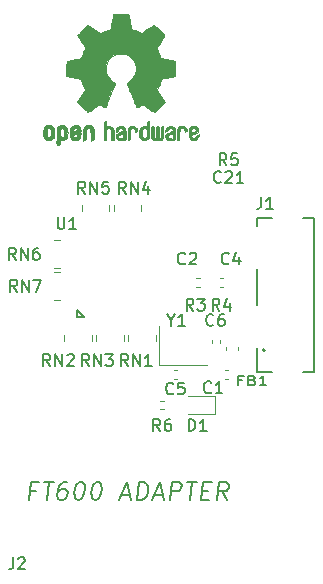
<source format=gto>
G04 #@! TF.GenerationSoftware,KiCad,Pcbnew,(5.1.6)-1*
G04 #@! TF.CreationDate,2021-01-08T16:43:46+07:00*
G04 #@! TF.ProjectId,FT600_Adapter,46543630-305f-4416-9461-707465722e6b,rev?*
G04 #@! TF.SameCoordinates,Original*
G04 #@! TF.FileFunction,Legend,Top*
G04 #@! TF.FilePolarity,Positive*
%FSLAX46Y46*%
G04 Gerber Fmt 4.6, Leading zero omitted, Abs format (unit mm)*
G04 Created by KiCad (PCBNEW (5.1.6)-1) date 2021-01-08 16:43:46*
%MOMM*%
%LPD*%
G01*
G04 APERTURE LIST*
%ADD10C,0.150000*%
%ADD11C,0.200000*%
%ADD12C,0.010000*%
%ADD13C,0.120000*%
%ADD14C,5.000000*%
%ADD15R,4.700000X3.900000*%
%ADD16R,0.500000X0.250000*%
%ADD17R,0.250000X0.500000*%
%ADD18R,1.900000X1.800000*%
%ADD19R,1.900000X1.900000*%
%ADD20R,1.900000X2.300000*%
%ADD21R,1.350000X0.400000*%
%ADD22R,0.400000X0.500000*%
%ADD23R,0.300000X0.500000*%
%ADD24R,0.500000X0.400000*%
%ADD25R,0.500000X0.300000*%
%ADD26O,1.700000X1.700000*%
%ADD27R,1.700000X1.700000*%
%ADD28R,1.400000X1.200000*%
G04 APERTURE END LIST*
D10*
X116297187Y-121492857D02*
X115797187Y-121492857D01*
X115698973Y-122278571D02*
X115886473Y-120778571D01*
X116600758Y-120778571D01*
X116957901Y-120778571D02*
X117815044Y-120778571D01*
X117198973Y-122278571D02*
X117386473Y-120778571D01*
X118957901Y-120778571D02*
X118672187Y-120778571D01*
X118520401Y-120850000D01*
X118440044Y-120921428D01*
X118270401Y-121135714D01*
X118163258Y-121421428D01*
X118091830Y-121992857D01*
X118145401Y-122135714D01*
X118207901Y-122207142D01*
X118341830Y-122278571D01*
X118627544Y-122278571D01*
X118779330Y-122207142D01*
X118859687Y-122135714D01*
X118948973Y-121992857D01*
X118993616Y-121635714D01*
X118940044Y-121492857D01*
X118877544Y-121421428D01*
X118743616Y-121350000D01*
X118457901Y-121350000D01*
X118306116Y-121421428D01*
X118225758Y-121492857D01*
X118136473Y-121635714D01*
X120029330Y-120778571D02*
X120172187Y-120778571D01*
X120306116Y-120850000D01*
X120368616Y-120921428D01*
X120422187Y-121064285D01*
X120457901Y-121350000D01*
X120413258Y-121707142D01*
X120306116Y-121992857D01*
X120216830Y-122135714D01*
X120136473Y-122207142D01*
X119984687Y-122278571D01*
X119841830Y-122278571D01*
X119707901Y-122207142D01*
X119645401Y-122135714D01*
X119591830Y-121992857D01*
X119556116Y-121707142D01*
X119600758Y-121350000D01*
X119707901Y-121064285D01*
X119797187Y-120921428D01*
X119877544Y-120850000D01*
X120029330Y-120778571D01*
X121457901Y-120778571D02*
X121600758Y-120778571D01*
X121734687Y-120850000D01*
X121797187Y-120921428D01*
X121850758Y-121064285D01*
X121886473Y-121350000D01*
X121841830Y-121707142D01*
X121734687Y-121992857D01*
X121645401Y-122135714D01*
X121565044Y-122207142D01*
X121413258Y-122278571D01*
X121270401Y-122278571D01*
X121136473Y-122207142D01*
X121073973Y-122135714D01*
X121020401Y-121992857D01*
X120984687Y-121707142D01*
X121029330Y-121350000D01*
X121136473Y-121064285D01*
X121225758Y-120921428D01*
X121306116Y-120850000D01*
X121457901Y-120778571D01*
X123538258Y-121850000D02*
X124252544Y-121850000D01*
X123341830Y-122278571D02*
X124029330Y-120778571D01*
X124341830Y-122278571D01*
X124841830Y-122278571D02*
X125029330Y-120778571D01*
X125386473Y-120778571D01*
X125591830Y-120850000D01*
X125716830Y-120992857D01*
X125770401Y-121135714D01*
X125806116Y-121421428D01*
X125779330Y-121635714D01*
X125672187Y-121921428D01*
X125582901Y-122064285D01*
X125422187Y-122207142D01*
X125198973Y-122278571D01*
X124841830Y-122278571D01*
X126323973Y-121850000D02*
X127038258Y-121850000D01*
X126127544Y-122278571D02*
X126815044Y-120778571D01*
X127127544Y-122278571D01*
X127627544Y-122278571D02*
X127815044Y-120778571D01*
X128386473Y-120778571D01*
X128520401Y-120850000D01*
X128582901Y-120921428D01*
X128636473Y-121064285D01*
X128609687Y-121278571D01*
X128520401Y-121421428D01*
X128440044Y-121492857D01*
X128288258Y-121564285D01*
X127716830Y-121564285D01*
X129100758Y-120778571D02*
X129957901Y-120778571D01*
X129341830Y-122278571D02*
X129529330Y-120778571D01*
X130368616Y-121492857D02*
X130868616Y-121492857D01*
X130984687Y-122278571D02*
X130270401Y-122278571D01*
X130457901Y-120778571D01*
X131172187Y-120778571D01*
X132484687Y-122278571D02*
X132073973Y-121564285D01*
X131627544Y-122278571D02*
X131815044Y-120778571D01*
X132386473Y-120778571D01*
X132520401Y-120850000D01*
X132582901Y-120921428D01*
X132636473Y-121064285D01*
X132609687Y-121278571D01*
X132520401Y-121421428D01*
X132440044Y-121492857D01*
X132288258Y-121564285D01*
X131716830Y-121564285D01*
X120400000Y-106800000D02*
X119800000Y-106200000D01*
X119800000Y-106800000D02*
X120400000Y-106800000D01*
X119800000Y-106200000D02*
X119800000Y-106800000D01*
D11*
X135000000Y-109400000D02*
X135000000Y-111450000D01*
X135000000Y-111450000D02*
X136300000Y-111450000D01*
X138900000Y-111450000D02*
X139850000Y-111450000D01*
X139850000Y-111450000D02*
X139850000Y-98400000D01*
X139850000Y-98400000D02*
X138900000Y-98400000D01*
X135000000Y-105800000D02*
X135000000Y-102700000D01*
X135000000Y-99100000D02*
X135000000Y-98400000D01*
X135000000Y-98400000D02*
X136300000Y-98400000D01*
X135700000Y-109600000D02*
G75*
G03*
X135700000Y-109600000I-100000J0D01*
G01*
D12*
G36*
X118671900Y-90561903D02*
G01*
X118783450Y-90617522D01*
X118881908Y-90719931D01*
X118909023Y-90757864D01*
X118938562Y-90807500D01*
X118957728Y-90861412D01*
X118968693Y-90933364D01*
X118973629Y-91037122D01*
X118974713Y-91174101D01*
X118969818Y-91361815D01*
X118952804Y-91502758D01*
X118920177Y-91607908D01*
X118868442Y-91688243D01*
X118794104Y-91754741D01*
X118788642Y-91758678D01*
X118715380Y-91798953D01*
X118627160Y-91818880D01*
X118514962Y-91823793D01*
X118332567Y-91823793D01*
X118332491Y-92000857D01*
X118330793Y-92099470D01*
X118320450Y-92157314D01*
X118293422Y-92192006D01*
X118241668Y-92221164D01*
X118229239Y-92227121D01*
X118171077Y-92255039D01*
X118126044Y-92272672D01*
X118092559Y-92274194D01*
X118069038Y-92253781D01*
X118053900Y-92205607D01*
X118045563Y-92123846D01*
X118042444Y-92002672D01*
X118042960Y-91836260D01*
X118045529Y-91618785D01*
X118046332Y-91553736D01*
X118049222Y-91329502D01*
X118051812Y-91182821D01*
X118332414Y-91182821D01*
X118333991Y-91307326D01*
X118341000Y-91388787D01*
X118356858Y-91442515D01*
X118384981Y-91483823D01*
X118404075Y-91503971D01*
X118482135Y-91562921D01*
X118551247Y-91567720D01*
X118622560Y-91519038D01*
X118624368Y-91517241D01*
X118653383Y-91479618D01*
X118671033Y-91428484D01*
X118679936Y-91349738D01*
X118682709Y-91229276D01*
X118682759Y-91202588D01*
X118676058Y-91036583D01*
X118654248Y-90921505D01*
X118614765Y-90851254D01*
X118555044Y-90819729D01*
X118520528Y-90816552D01*
X118438611Y-90831460D01*
X118382421Y-90880548D01*
X118348598Y-90970362D01*
X118333780Y-91107445D01*
X118332414Y-91182821D01*
X118051812Y-91182821D01*
X118052287Y-91155952D01*
X118056247Y-91025382D01*
X118061826Y-90930087D01*
X118069746Y-90862364D01*
X118080731Y-90814507D01*
X118095501Y-90778813D01*
X118114782Y-90747578D01*
X118123049Y-90735824D01*
X118232712Y-90624797D01*
X118371365Y-90561847D01*
X118531754Y-90544297D01*
X118671900Y-90561903D01*
G37*
X118671900Y-90561903D02*
X118783450Y-90617522D01*
X118881908Y-90719931D01*
X118909023Y-90757864D01*
X118938562Y-90807500D01*
X118957728Y-90861412D01*
X118968693Y-90933364D01*
X118973629Y-91037122D01*
X118974713Y-91174101D01*
X118969818Y-91361815D01*
X118952804Y-91502758D01*
X118920177Y-91607908D01*
X118868442Y-91688243D01*
X118794104Y-91754741D01*
X118788642Y-91758678D01*
X118715380Y-91798953D01*
X118627160Y-91818880D01*
X118514962Y-91823793D01*
X118332567Y-91823793D01*
X118332491Y-92000857D01*
X118330793Y-92099470D01*
X118320450Y-92157314D01*
X118293422Y-92192006D01*
X118241668Y-92221164D01*
X118229239Y-92227121D01*
X118171077Y-92255039D01*
X118126044Y-92272672D01*
X118092559Y-92274194D01*
X118069038Y-92253781D01*
X118053900Y-92205607D01*
X118045563Y-92123846D01*
X118042444Y-92002672D01*
X118042960Y-91836260D01*
X118045529Y-91618785D01*
X118046332Y-91553736D01*
X118049222Y-91329502D01*
X118051812Y-91182821D01*
X118332414Y-91182821D01*
X118333991Y-91307326D01*
X118341000Y-91388787D01*
X118356858Y-91442515D01*
X118384981Y-91483823D01*
X118404075Y-91503971D01*
X118482135Y-91562921D01*
X118551247Y-91567720D01*
X118622560Y-91519038D01*
X118624368Y-91517241D01*
X118653383Y-91479618D01*
X118671033Y-91428484D01*
X118679936Y-91349738D01*
X118682709Y-91229276D01*
X118682759Y-91202588D01*
X118676058Y-91036583D01*
X118654248Y-90921505D01*
X118614765Y-90851254D01*
X118555044Y-90819729D01*
X118520528Y-90816552D01*
X118438611Y-90831460D01*
X118382421Y-90880548D01*
X118348598Y-90970362D01*
X118333780Y-91107445D01*
X118332414Y-91182821D01*
X118051812Y-91182821D01*
X118052287Y-91155952D01*
X118056247Y-91025382D01*
X118061826Y-90930087D01*
X118069746Y-90862364D01*
X118080731Y-90814507D01*
X118095501Y-90778813D01*
X118114782Y-90747578D01*
X118123049Y-90735824D01*
X118232712Y-90624797D01*
X118371365Y-90561847D01*
X118531754Y-90544297D01*
X118671900Y-90561903D01*
G36*
X120917429Y-90577719D02*
G01*
X121011123Y-90631914D01*
X121076264Y-90685707D01*
X121123907Y-90742066D01*
X121156728Y-90810987D01*
X121177406Y-90902468D01*
X121188620Y-91026506D01*
X121193049Y-91193098D01*
X121193563Y-91312851D01*
X121193563Y-91753659D01*
X121069483Y-91809283D01*
X120945402Y-91864907D01*
X120930805Y-91382095D01*
X120924773Y-91201779D01*
X120918445Y-91070901D01*
X120910606Y-90980511D01*
X120900037Y-90921664D01*
X120885523Y-90885413D01*
X120865848Y-90862810D01*
X120859535Y-90857917D01*
X120763888Y-90819706D01*
X120667207Y-90834827D01*
X120609655Y-90874943D01*
X120586245Y-90903370D01*
X120570039Y-90940672D01*
X120559741Y-90997223D01*
X120554049Y-91083394D01*
X120551664Y-91209558D01*
X120551264Y-91341042D01*
X120551186Y-91505999D01*
X120548361Y-91622761D01*
X120538907Y-91701510D01*
X120518940Y-91752431D01*
X120484576Y-91785706D01*
X120431932Y-91811520D01*
X120361617Y-91838344D01*
X120284820Y-91867542D01*
X120293962Y-91349346D01*
X120297643Y-91162539D01*
X120301950Y-91024490D01*
X120308123Y-90925568D01*
X120317402Y-90856145D01*
X120331027Y-90806590D01*
X120350239Y-90767273D01*
X120373402Y-90732584D01*
X120485152Y-90621770D01*
X120621513Y-90557689D01*
X120769825Y-90542339D01*
X120917429Y-90577719D01*
G37*
X120917429Y-90577719D02*
X121011123Y-90631914D01*
X121076264Y-90685707D01*
X121123907Y-90742066D01*
X121156728Y-90810987D01*
X121177406Y-90902468D01*
X121188620Y-91026506D01*
X121193049Y-91193098D01*
X121193563Y-91312851D01*
X121193563Y-91753659D01*
X121069483Y-91809283D01*
X120945402Y-91864907D01*
X120930805Y-91382095D01*
X120924773Y-91201779D01*
X120918445Y-91070901D01*
X120910606Y-90980511D01*
X120900037Y-90921664D01*
X120885523Y-90885413D01*
X120865848Y-90862810D01*
X120859535Y-90857917D01*
X120763888Y-90819706D01*
X120667207Y-90834827D01*
X120609655Y-90874943D01*
X120586245Y-90903370D01*
X120570039Y-90940672D01*
X120559741Y-90997223D01*
X120554049Y-91083394D01*
X120551664Y-91209558D01*
X120551264Y-91341042D01*
X120551186Y-91505999D01*
X120548361Y-91622761D01*
X120538907Y-91701510D01*
X120518940Y-91752431D01*
X120484576Y-91785706D01*
X120431932Y-91811520D01*
X120361617Y-91838344D01*
X120284820Y-91867542D01*
X120293962Y-91349346D01*
X120297643Y-91162539D01*
X120301950Y-91024490D01*
X120308123Y-90925568D01*
X120317402Y-90856145D01*
X120331027Y-90806590D01*
X120350239Y-90767273D01*
X120373402Y-90732584D01*
X120485152Y-90621770D01*
X120621513Y-90557689D01*
X120769825Y-90542339D01*
X120917429Y-90577719D01*
G36*
X117548221Y-90566015D02*
G01*
X117685061Y-90637968D01*
X117786051Y-90753766D01*
X117821925Y-90828213D01*
X117849839Y-90939992D01*
X117864129Y-91081227D01*
X117865484Y-91235371D01*
X117854595Y-91385879D01*
X117832153Y-91516205D01*
X117798850Y-91609803D01*
X117788615Y-91625922D01*
X117667382Y-91746249D01*
X117523387Y-91818317D01*
X117367139Y-91839408D01*
X117209148Y-91806802D01*
X117165180Y-91787253D01*
X117079556Y-91727012D01*
X117004408Y-91647135D01*
X116997306Y-91637004D01*
X116968439Y-91588181D01*
X116949357Y-91535990D01*
X116938084Y-91467285D01*
X116932645Y-91368918D01*
X116931062Y-91227744D01*
X116931035Y-91196092D01*
X116931107Y-91186019D01*
X117222989Y-91186019D01*
X117224687Y-91319256D01*
X117231372Y-91407674D01*
X117245425Y-91464785D01*
X117269229Y-91504102D01*
X117281379Y-91517241D01*
X117351236Y-91567172D01*
X117419059Y-91564895D01*
X117487635Y-91521584D01*
X117528535Y-91475346D01*
X117552758Y-91407857D01*
X117566361Y-91301433D01*
X117567294Y-91289020D01*
X117569616Y-91096147D01*
X117545350Y-90952900D01*
X117494824Y-90860160D01*
X117418368Y-90818807D01*
X117391076Y-90816552D01*
X117319411Y-90827893D01*
X117270390Y-90867184D01*
X117240418Y-90942326D01*
X117225899Y-91061222D01*
X117222989Y-91186019D01*
X116931107Y-91186019D01*
X116932122Y-91045659D01*
X116936688Y-90940549D01*
X116946688Y-90867714D01*
X116964079Y-90814108D01*
X116990816Y-90766681D01*
X116996724Y-90757864D01*
X117096032Y-90639007D01*
X117204242Y-90570008D01*
X117335981Y-90542619D01*
X117380717Y-90541281D01*
X117548221Y-90566015D01*
G37*
X117548221Y-90566015D02*
X117685061Y-90637968D01*
X117786051Y-90753766D01*
X117821925Y-90828213D01*
X117849839Y-90939992D01*
X117864129Y-91081227D01*
X117865484Y-91235371D01*
X117854595Y-91385879D01*
X117832153Y-91516205D01*
X117798850Y-91609803D01*
X117788615Y-91625922D01*
X117667382Y-91746249D01*
X117523387Y-91818317D01*
X117367139Y-91839408D01*
X117209148Y-91806802D01*
X117165180Y-91787253D01*
X117079556Y-91727012D01*
X117004408Y-91647135D01*
X116997306Y-91637004D01*
X116968439Y-91588181D01*
X116949357Y-91535990D01*
X116938084Y-91467285D01*
X116932645Y-91368918D01*
X116931062Y-91227744D01*
X116931035Y-91196092D01*
X116931107Y-91186019D01*
X117222989Y-91186019D01*
X117224687Y-91319256D01*
X117231372Y-91407674D01*
X117245425Y-91464785D01*
X117269229Y-91504102D01*
X117281379Y-91517241D01*
X117351236Y-91567172D01*
X117419059Y-91564895D01*
X117487635Y-91521584D01*
X117528535Y-91475346D01*
X117552758Y-91407857D01*
X117566361Y-91301433D01*
X117567294Y-91289020D01*
X117569616Y-91096147D01*
X117545350Y-90952900D01*
X117494824Y-90860160D01*
X117418368Y-90818807D01*
X117391076Y-90816552D01*
X117319411Y-90827893D01*
X117270390Y-90867184D01*
X117240418Y-90942326D01*
X117225899Y-91061222D01*
X117222989Y-91186019D01*
X116931107Y-91186019D01*
X116932122Y-91045659D01*
X116936688Y-90940549D01*
X116946688Y-90867714D01*
X116964079Y-90814108D01*
X116990816Y-90766681D01*
X116996724Y-90757864D01*
X117096032Y-90639007D01*
X117204242Y-90570008D01*
X117335981Y-90542619D01*
X117380717Y-90541281D01*
X117548221Y-90566015D01*
G36*
X119815552Y-90584676D02*
G01*
X119930658Y-90662111D01*
X120019611Y-90773949D01*
X120072749Y-90916265D01*
X120083497Y-91021015D01*
X120082276Y-91064726D01*
X120072056Y-91098194D01*
X120043961Y-91128179D01*
X119989116Y-91161440D01*
X119898645Y-91204738D01*
X119763672Y-91264833D01*
X119762989Y-91265134D01*
X119638751Y-91322037D01*
X119536873Y-91372565D01*
X119467767Y-91411280D01*
X119441846Y-91432740D01*
X119441839Y-91432913D01*
X119464685Y-91479644D01*
X119518109Y-91531154D01*
X119579442Y-91568261D01*
X119610515Y-91575632D01*
X119695289Y-91550138D01*
X119768293Y-91486291D01*
X119803913Y-91416094D01*
X119838180Y-91364343D01*
X119905303Y-91305409D01*
X119984208Y-91254496D01*
X120053821Y-91226809D01*
X120068377Y-91225287D01*
X120084763Y-91250321D01*
X120085750Y-91314311D01*
X120073708Y-91400593D01*
X120051007Y-91492501D01*
X120020014Y-91573369D01*
X120018448Y-91576509D01*
X119925181Y-91706734D01*
X119804304Y-91795311D01*
X119667027Y-91838786D01*
X119524560Y-91833706D01*
X119388112Y-91776616D01*
X119382045Y-91772602D01*
X119274710Y-91675326D01*
X119204132Y-91548409D01*
X119165074Y-91381526D01*
X119159832Y-91334639D01*
X119150548Y-91113329D01*
X119161678Y-91010124D01*
X119441839Y-91010124D01*
X119445479Y-91074503D01*
X119465389Y-91093291D01*
X119515026Y-91079235D01*
X119593267Y-91046009D01*
X119680726Y-91004359D01*
X119682899Y-91003256D01*
X119757030Y-90964265D01*
X119786781Y-90938244D01*
X119779445Y-90910965D01*
X119748553Y-90875121D01*
X119669960Y-90823251D01*
X119585323Y-90819439D01*
X119509403Y-90857189D01*
X119456965Y-90930001D01*
X119441839Y-91010124D01*
X119161678Y-91010124D01*
X119169644Y-90936261D01*
X119218634Y-90795829D01*
X119286836Y-90697447D01*
X119409935Y-90598030D01*
X119545528Y-90548711D01*
X119683955Y-90545568D01*
X119815552Y-90584676D01*
G37*
X119815552Y-90584676D02*
X119930658Y-90662111D01*
X120019611Y-90773949D01*
X120072749Y-90916265D01*
X120083497Y-91021015D01*
X120082276Y-91064726D01*
X120072056Y-91098194D01*
X120043961Y-91128179D01*
X119989116Y-91161440D01*
X119898645Y-91204738D01*
X119763672Y-91264833D01*
X119762989Y-91265134D01*
X119638751Y-91322037D01*
X119536873Y-91372565D01*
X119467767Y-91411280D01*
X119441846Y-91432740D01*
X119441839Y-91432913D01*
X119464685Y-91479644D01*
X119518109Y-91531154D01*
X119579442Y-91568261D01*
X119610515Y-91575632D01*
X119695289Y-91550138D01*
X119768293Y-91486291D01*
X119803913Y-91416094D01*
X119838180Y-91364343D01*
X119905303Y-91305409D01*
X119984208Y-91254496D01*
X120053821Y-91226809D01*
X120068377Y-91225287D01*
X120084763Y-91250321D01*
X120085750Y-91314311D01*
X120073708Y-91400593D01*
X120051007Y-91492501D01*
X120020014Y-91573369D01*
X120018448Y-91576509D01*
X119925181Y-91706734D01*
X119804304Y-91795311D01*
X119667027Y-91838786D01*
X119524560Y-91833706D01*
X119388112Y-91776616D01*
X119382045Y-91772602D01*
X119274710Y-91675326D01*
X119204132Y-91548409D01*
X119165074Y-91381526D01*
X119159832Y-91334639D01*
X119150548Y-91113329D01*
X119161678Y-91010124D01*
X119441839Y-91010124D01*
X119445479Y-91074503D01*
X119465389Y-91093291D01*
X119515026Y-91079235D01*
X119593267Y-91046009D01*
X119680726Y-91004359D01*
X119682899Y-91003256D01*
X119757030Y-90964265D01*
X119786781Y-90938244D01*
X119779445Y-90910965D01*
X119748553Y-90875121D01*
X119669960Y-90823251D01*
X119585323Y-90819439D01*
X119509403Y-90857189D01*
X119456965Y-90930001D01*
X119441839Y-91010124D01*
X119161678Y-91010124D01*
X119169644Y-90936261D01*
X119218634Y-90795829D01*
X119286836Y-90697447D01*
X119409935Y-90598030D01*
X119545528Y-90548711D01*
X119683955Y-90545568D01*
X119815552Y-90584676D01*
G36*
X122244598Y-90423857D02*
G01*
X122253154Y-90543188D01*
X122262981Y-90613506D01*
X122276599Y-90644179D01*
X122296527Y-90644571D01*
X122302989Y-90640910D01*
X122388940Y-90614398D01*
X122500745Y-90615946D01*
X122614414Y-90643199D01*
X122685510Y-90678455D01*
X122758405Y-90734778D01*
X122811693Y-90798519D01*
X122848275Y-90879510D01*
X122871050Y-90987586D01*
X122882919Y-91132580D01*
X122886782Y-91324326D01*
X122886851Y-91361109D01*
X122886897Y-91774288D01*
X122794954Y-91806339D01*
X122729652Y-91828144D01*
X122693824Y-91838297D01*
X122692770Y-91838391D01*
X122689242Y-91810860D01*
X122686239Y-91734923D01*
X122683990Y-91620565D01*
X122682724Y-91477769D01*
X122682529Y-91390951D01*
X122682123Y-91219773D01*
X122680032Y-91097088D01*
X122674947Y-91013000D01*
X122665560Y-90957614D01*
X122650561Y-90921032D01*
X122628642Y-90893359D01*
X122614957Y-90880032D01*
X122520949Y-90826328D01*
X122418364Y-90822307D01*
X122325290Y-90867725D01*
X122308078Y-90884123D01*
X122282832Y-90914957D01*
X122265320Y-90951531D01*
X122254142Y-91004415D01*
X122247896Y-91084177D01*
X122245182Y-91201385D01*
X122244598Y-91362991D01*
X122244598Y-91774288D01*
X122152655Y-91806339D01*
X122087353Y-91828144D01*
X122051525Y-91838297D01*
X122050471Y-91838391D01*
X122047775Y-91810448D01*
X122045345Y-91731630D01*
X122043278Y-91609453D01*
X122041671Y-91451432D01*
X122040623Y-91265083D01*
X122040231Y-91057920D01*
X122040230Y-91048706D01*
X122040230Y-90259020D01*
X122135115Y-90218997D01*
X122230000Y-90178973D01*
X122244598Y-90423857D01*
G37*
X122244598Y-90423857D02*
X122253154Y-90543188D01*
X122262981Y-90613506D01*
X122276599Y-90644179D01*
X122296527Y-90644571D01*
X122302989Y-90640910D01*
X122388940Y-90614398D01*
X122500745Y-90615946D01*
X122614414Y-90643199D01*
X122685510Y-90678455D01*
X122758405Y-90734778D01*
X122811693Y-90798519D01*
X122848275Y-90879510D01*
X122871050Y-90987586D01*
X122882919Y-91132580D01*
X122886782Y-91324326D01*
X122886851Y-91361109D01*
X122886897Y-91774288D01*
X122794954Y-91806339D01*
X122729652Y-91828144D01*
X122693824Y-91838297D01*
X122692770Y-91838391D01*
X122689242Y-91810860D01*
X122686239Y-91734923D01*
X122683990Y-91620565D01*
X122682724Y-91477769D01*
X122682529Y-91390951D01*
X122682123Y-91219773D01*
X122680032Y-91097088D01*
X122674947Y-91013000D01*
X122665560Y-90957614D01*
X122650561Y-90921032D01*
X122628642Y-90893359D01*
X122614957Y-90880032D01*
X122520949Y-90826328D01*
X122418364Y-90822307D01*
X122325290Y-90867725D01*
X122308078Y-90884123D01*
X122282832Y-90914957D01*
X122265320Y-90951531D01*
X122254142Y-91004415D01*
X122247896Y-91084177D01*
X122245182Y-91201385D01*
X122244598Y-91362991D01*
X122244598Y-91774288D01*
X122152655Y-91806339D01*
X122087353Y-91828144D01*
X122051525Y-91838297D01*
X122050471Y-91838391D01*
X122047775Y-91810448D01*
X122045345Y-91731630D01*
X122043278Y-91609453D01*
X122041671Y-91451432D01*
X122040623Y-91265083D01*
X122040231Y-91057920D01*
X122040230Y-91048706D01*
X122040230Y-90259020D01*
X122135115Y-90218997D01*
X122230000Y-90178973D01*
X122244598Y-90423857D01*
G36*
X123579944Y-90624360D02*
G01*
X123694343Y-90666842D01*
X123695652Y-90667658D01*
X123766403Y-90719730D01*
X123818636Y-90780584D01*
X123855371Y-90859887D01*
X123879634Y-90967309D01*
X123894445Y-91112517D01*
X123902829Y-91305179D01*
X123903564Y-91332628D01*
X123914120Y-91746521D01*
X123825291Y-91792456D01*
X123761018Y-91823498D01*
X123722210Y-91838206D01*
X123720415Y-91838391D01*
X123713700Y-91811250D01*
X123708365Y-91738041D01*
X123705083Y-91631081D01*
X123704368Y-91544469D01*
X123704351Y-91404162D01*
X123697937Y-91316051D01*
X123675580Y-91274025D01*
X123627732Y-91271975D01*
X123544849Y-91303790D01*
X123419713Y-91362272D01*
X123327697Y-91410845D01*
X123280371Y-91452986D01*
X123266458Y-91498916D01*
X123266437Y-91501189D01*
X123289395Y-91580311D01*
X123357370Y-91623055D01*
X123461398Y-91629246D01*
X123536330Y-91628172D01*
X123575839Y-91649753D01*
X123600478Y-91701591D01*
X123614659Y-91767632D01*
X123594223Y-91805104D01*
X123586528Y-91810467D01*
X123514083Y-91832006D01*
X123412633Y-91835055D01*
X123308157Y-91820778D01*
X123234125Y-91794688D01*
X123131772Y-91707785D01*
X123073591Y-91586816D01*
X123062069Y-91492308D01*
X123070862Y-91407062D01*
X123102680Y-91337476D01*
X123165684Y-91275672D01*
X123268031Y-91213772D01*
X123417882Y-91143897D01*
X123427012Y-91139948D01*
X123561997Y-91077588D01*
X123645294Y-91026446D01*
X123680997Y-90980488D01*
X123673203Y-90933683D01*
X123626007Y-90879998D01*
X123611894Y-90867644D01*
X123517359Y-90819741D01*
X123419406Y-90821758D01*
X123334097Y-90868724D01*
X123277496Y-90955669D01*
X123272237Y-90972734D01*
X123221023Y-91055504D01*
X123156037Y-91095372D01*
X123062069Y-91134882D01*
X123062069Y-91032658D01*
X123090653Y-90884072D01*
X123175495Y-90747784D01*
X123219645Y-90702191D01*
X123320005Y-90643674D01*
X123447635Y-90617184D01*
X123579944Y-90624360D01*
G37*
X123579944Y-90624360D02*
X123694343Y-90666842D01*
X123695652Y-90667658D01*
X123766403Y-90719730D01*
X123818636Y-90780584D01*
X123855371Y-90859887D01*
X123879634Y-90967309D01*
X123894445Y-91112517D01*
X123902829Y-91305179D01*
X123903564Y-91332628D01*
X123914120Y-91746521D01*
X123825291Y-91792456D01*
X123761018Y-91823498D01*
X123722210Y-91838206D01*
X123720415Y-91838391D01*
X123713700Y-91811250D01*
X123708365Y-91738041D01*
X123705083Y-91631081D01*
X123704368Y-91544469D01*
X123704351Y-91404162D01*
X123697937Y-91316051D01*
X123675580Y-91274025D01*
X123627732Y-91271975D01*
X123544849Y-91303790D01*
X123419713Y-91362272D01*
X123327697Y-91410845D01*
X123280371Y-91452986D01*
X123266458Y-91498916D01*
X123266437Y-91501189D01*
X123289395Y-91580311D01*
X123357370Y-91623055D01*
X123461398Y-91629246D01*
X123536330Y-91628172D01*
X123575839Y-91649753D01*
X123600478Y-91701591D01*
X123614659Y-91767632D01*
X123594223Y-91805104D01*
X123586528Y-91810467D01*
X123514083Y-91832006D01*
X123412633Y-91835055D01*
X123308157Y-91820778D01*
X123234125Y-91794688D01*
X123131772Y-91707785D01*
X123073591Y-91586816D01*
X123062069Y-91492308D01*
X123070862Y-91407062D01*
X123102680Y-91337476D01*
X123165684Y-91275672D01*
X123268031Y-91213772D01*
X123417882Y-91143897D01*
X123427012Y-91139948D01*
X123561997Y-91077588D01*
X123645294Y-91026446D01*
X123680997Y-90980488D01*
X123673203Y-90933683D01*
X123626007Y-90879998D01*
X123611894Y-90867644D01*
X123517359Y-90819741D01*
X123419406Y-90821758D01*
X123334097Y-90868724D01*
X123277496Y-90955669D01*
X123272237Y-90972734D01*
X123221023Y-91055504D01*
X123156037Y-91095372D01*
X123062069Y-91134882D01*
X123062069Y-91032658D01*
X123090653Y-90884072D01*
X123175495Y-90747784D01*
X123219645Y-90702191D01*
X123320005Y-90643674D01*
X123447635Y-90617184D01*
X123579944Y-90624360D01*
G36*
X124565943Y-90621920D02*
G01*
X124698565Y-90670859D01*
X124806010Y-90757419D01*
X124848032Y-90818352D01*
X124893843Y-90930161D01*
X124892891Y-91011006D01*
X124844808Y-91065378D01*
X124827017Y-91074624D01*
X124750204Y-91103450D01*
X124710976Y-91096065D01*
X124697689Y-91047658D01*
X124697012Y-91020920D01*
X124672686Y-90922548D01*
X124609281Y-90853734D01*
X124521154Y-90820498D01*
X124422663Y-90828861D01*
X124342602Y-90872296D01*
X124315561Y-90897072D01*
X124296394Y-90927129D01*
X124283446Y-90972565D01*
X124275064Y-91043476D01*
X124269593Y-91149960D01*
X124265378Y-91302112D01*
X124264287Y-91350287D01*
X124260307Y-91515095D01*
X124255781Y-91631088D01*
X124248995Y-91707833D01*
X124238231Y-91754893D01*
X124221773Y-91781835D01*
X124197906Y-91798223D01*
X124182626Y-91805463D01*
X124117733Y-91830220D01*
X124079534Y-91838391D01*
X124066912Y-91811103D01*
X124059208Y-91728603D01*
X124056380Y-91589941D01*
X124058386Y-91394162D01*
X124059011Y-91363965D01*
X124063421Y-91185349D01*
X124068635Y-91054923D01*
X124076055Y-90962492D01*
X124087082Y-90897858D01*
X124103117Y-90850825D01*
X124125561Y-90811196D01*
X124137302Y-90794215D01*
X124204619Y-90719080D01*
X124279910Y-90660638D01*
X124289128Y-90655536D01*
X124424133Y-90615260D01*
X124565943Y-90621920D01*
G37*
X124565943Y-90621920D02*
X124698565Y-90670859D01*
X124806010Y-90757419D01*
X124848032Y-90818352D01*
X124893843Y-90930161D01*
X124892891Y-91011006D01*
X124844808Y-91065378D01*
X124827017Y-91074624D01*
X124750204Y-91103450D01*
X124710976Y-91096065D01*
X124697689Y-91047658D01*
X124697012Y-91020920D01*
X124672686Y-90922548D01*
X124609281Y-90853734D01*
X124521154Y-90820498D01*
X124422663Y-90828861D01*
X124342602Y-90872296D01*
X124315561Y-90897072D01*
X124296394Y-90927129D01*
X124283446Y-90972565D01*
X124275064Y-91043476D01*
X124269593Y-91149960D01*
X124265378Y-91302112D01*
X124264287Y-91350287D01*
X124260307Y-91515095D01*
X124255781Y-91631088D01*
X124248995Y-91707833D01*
X124238231Y-91754893D01*
X124221773Y-91781835D01*
X124197906Y-91798223D01*
X124182626Y-91805463D01*
X124117733Y-91830220D01*
X124079534Y-91838391D01*
X124066912Y-91811103D01*
X124059208Y-91728603D01*
X124056380Y-91589941D01*
X124058386Y-91394162D01*
X124059011Y-91363965D01*
X124063421Y-91185349D01*
X124068635Y-91054923D01*
X124076055Y-90962492D01*
X124087082Y-90897858D01*
X124103117Y-90850825D01*
X124125561Y-90811196D01*
X124137302Y-90794215D01*
X124204619Y-90719080D01*
X124279910Y-90660638D01*
X124289128Y-90655536D01*
X124424133Y-90615260D01*
X124565943Y-90621920D01*
G36*
X125893914Y-90854455D02*
G01*
X125893543Y-91072661D01*
X125892108Y-91240519D01*
X125889002Y-91366070D01*
X125883622Y-91457355D01*
X125875362Y-91522415D01*
X125863616Y-91569291D01*
X125847781Y-91606024D01*
X125835790Y-91626991D01*
X125736490Y-91740694D01*
X125610588Y-91811965D01*
X125471291Y-91837538D01*
X125331805Y-91814150D01*
X125248743Y-91772119D01*
X125161545Y-91699411D01*
X125102117Y-91610612D01*
X125066261Y-91494320D01*
X125049781Y-91339135D01*
X125047447Y-91225287D01*
X125047761Y-91217106D01*
X125251724Y-91217106D01*
X125252970Y-91347657D01*
X125258678Y-91434080D01*
X125271804Y-91490618D01*
X125295306Y-91531514D01*
X125323386Y-91562362D01*
X125417688Y-91621905D01*
X125518940Y-91626992D01*
X125614636Y-91577279D01*
X125622084Y-91570543D01*
X125653874Y-91535502D01*
X125673808Y-91493811D01*
X125684600Y-91431762D01*
X125688965Y-91335644D01*
X125689655Y-91229379D01*
X125688159Y-91095880D01*
X125681964Y-91006822D01*
X125668514Y-90948293D01*
X125645251Y-90906382D01*
X125626175Y-90884123D01*
X125537563Y-90827985D01*
X125435508Y-90821235D01*
X125338095Y-90864114D01*
X125319296Y-90880032D01*
X125287293Y-90915382D01*
X125267318Y-90957502D01*
X125256593Y-91020251D01*
X125252339Y-91117487D01*
X125251724Y-91217106D01*
X125047761Y-91217106D01*
X125054504Y-91041947D01*
X125078472Y-90904195D01*
X125123548Y-90800632D01*
X125193928Y-90719856D01*
X125248743Y-90678455D01*
X125348376Y-90633728D01*
X125463855Y-90612967D01*
X125571199Y-90618525D01*
X125631264Y-90640943D01*
X125654835Y-90647323D01*
X125670477Y-90623535D01*
X125681395Y-90559788D01*
X125689655Y-90462687D01*
X125698699Y-90354541D01*
X125711261Y-90289475D01*
X125734119Y-90252268D01*
X125774051Y-90227699D01*
X125799138Y-90216819D01*
X125894023Y-90177072D01*
X125893914Y-90854455D01*
G37*
X125893914Y-90854455D02*
X125893543Y-91072661D01*
X125892108Y-91240519D01*
X125889002Y-91366070D01*
X125883622Y-91457355D01*
X125875362Y-91522415D01*
X125863616Y-91569291D01*
X125847781Y-91606024D01*
X125835790Y-91626991D01*
X125736490Y-91740694D01*
X125610588Y-91811965D01*
X125471291Y-91837538D01*
X125331805Y-91814150D01*
X125248743Y-91772119D01*
X125161545Y-91699411D01*
X125102117Y-91610612D01*
X125066261Y-91494320D01*
X125049781Y-91339135D01*
X125047447Y-91225287D01*
X125047761Y-91217106D01*
X125251724Y-91217106D01*
X125252970Y-91347657D01*
X125258678Y-91434080D01*
X125271804Y-91490618D01*
X125295306Y-91531514D01*
X125323386Y-91562362D01*
X125417688Y-91621905D01*
X125518940Y-91626992D01*
X125614636Y-91577279D01*
X125622084Y-91570543D01*
X125653874Y-91535502D01*
X125673808Y-91493811D01*
X125684600Y-91431762D01*
X125688965Y-91335644D01*
X125689655Y-91229379D01*
X125688159Y-91095880D01*
X125681964Y-91006822D01*
X125668514Y-90948293D01*
X125645251Y-90906382D01*
X125626175Y-90884123D01*
X125537563Y-90827985D01*
X125435508Y-90821235D01*
X125338095Y-90864114D01*
X125319296Y-90880032D01*
X125287293Y-90915382D01*
X125267318Y-90957502D01*
X125256593Y-91020251D01*
X125252339Y-91117487D01*
X125251724Y-91217106D01*
X125047761Y-91217106D01*
X125054504Y-91041947D01*
X125078472Y-90904195D01*
X125123548Y-90800632D01*
X125193928Y-90719856D01*
X125248743Y-90678455D01*
X125348376Y-90633728D01*
X125463855Y-90612967D01*
X125571199Y-90618525D01*
X125631264Y-90640943D01*
X125654835Y-90647323D01*
X125670477Y-90623535D01*
X125681395Y-90559788D01*
X125689655Y-90462687D01*
X125698699Y-90354541D01*
X125711261Y-90289475D01*
X125734119Y-90252268D01*
X125774051Y-90227699D01*
X125799138Y-90216819D01*
X125894023Y-90177072D01*
X125893914Y-90854455D01*
G36*
X127080124Y-90639840D02*
G01*
X127084579Y-90716653D01*
X127088071Y-90833391D01*
X127090315Y-90980821D01*
X127091035Y-91135455D01*
X127091035Y-91658727D01*
X126998645Y-91751117D01*
X126934978Y-91808047D01*
X126879089Y-91831107D01*
X126802702Y-91829647D01*
X126772380Y-91825934D01*
X126677610Y-91815126D01*
X126599222Y-91808933D01*
X126580115Y-91808361D01*
X126515699Y-91812102D01*
X126423571Y-91821494D01*
X126387850Y-91825934D01*
X126300114Y-91832801D01*
X126241153Y-91817885D01*
X126182690Y-91771835D01*
X126161585Y-91751117D01*
X126069195Y-91658727D01*
X126069195Y-90679947D01*
X126143558Y-90646066D01*
X126207590Y-90620970D01*
X126245052Y-90612184D01*
X126254657Y-90639950D01*
X126263635Y-90717530D01*
X126271386Y-90836348D01*
X126277314Y-90987828D01*
X126280173Y-91115805D01*
X126288161Y-91619425D01*
X126357848Y-91629278D01*
X126421229Y-91622389D01*
X126452286Y-91600083D01*
X126460967Y-91558379D01*
X126468378Y-91469544D01*
X126473931Y-91344834D01*
X126477036Y-91195507D01*
X126477484Y-91118661D01*
X126477931Y-90676287D01*
X126569874Y-90644235D01*
X126634949Y-90622443D01*
X126670347Y-90612281D01*
X126671368Y-90612184D01*
X126674920Y-90639809D01*
X126678823Y-90716411D01*
X126682751Y-90832579D01*
X126686376Y-90978904D01*
X126688908Y-91115805D01*
X126696897Y-91619425D01*
X126872069Y-91619425D01*
X126880107Y-91159965D01*
X126888146Y-90700505D01*
X126973543Y-90656344D01*
X127036593Y-90626019D01*
X127073910Y-90612258D01*
X127074987Y-90612184D01*
X127080124Y-90639840D01*
G37*
X127080124Y-90639840D02*
X127084579Y-90716653D01*
X127088071Y-90833391D01*
X127090315Y-90980821D01*
X127091035Y-91135455D01*
X127091035Y-91658727D01*
X126998645Y-91751117D01*
X126934978Y-91808047D01*
X126879089Y-91831107D01*
X126802702Y-91829647D01*
X126772380Y-91825934D01*
X126677610Y-91815126D01*
X126599222Y-91808933D01*
X126580115Y-91808361D01*
X126515699Y-91812102D01*
X126423571Y-91821494D01*
X126387850Y-91825934D01*
X126300114Y-91832801D01*
X126241153Y-91817885D01*
X126182690Y-91771835D01*
X126161585Y-91751117D01*
X126069195Y-91658727D01*
X126069195Y-90679947D01*
X126143558Y-90646066D01*
X126207590Y-90620970D01*
X126245052Y-90612184D01*
X126254657Y-90639950D01*
X126263635Y-90717530D01*
X126271386Y-90836348D01*
X126277314Y-90987828D01*
X126280173Y-91115805D01*
X126288161Y-91619425D01*
X126357848Y-91629278D01*
X126421229Y-91622389D01*
X126452286Y-91600083D01*
X126460967Y-91558379D01*
X126468378Y-91469544D01*
X126473931Y-91344834D01*
X126477036Y-91195507D01*
X126477484Y-91118661D01*
X126477931Y-90676287D01*
X126569874Y-90644235D01*
X126634949Y-90622443D01*
X126670347Y-90612281D01*
X126671368Y-90612184D01*
X126674920Y-90639809D01*
X126678823Y-90716411D01*
X126682751Y-90832579D01*
X126686376Y-90978904D01*
X126688908Y-91115805D01*
X126696897Y-91619425D01*
X126872069Y-91619425D01*
X126880107Y-91159965D01*
X126888146Y-90700505D01*
X126973543Y-90656344D01*
X127036593Y-90626019D01*
X127073910Y-90612258D01*
X127074987Y-90612184D01*
X127080124Y-90639840D01*
G36*
X127814406Y-90635156D02*
G01*
X127898469Y-90673393D01*
X127964450Y-90719726D01*
X128012794Y-90771532D01*
X128046172Y-90838363D01*
X128067253Y-90929769D01*
X128078707Y-91055301D01*
X128083203Y-91224508D01*
X128083678Y-91335933D01*
X128083678Y-91770627D01*
X128009316Y-91804509D01*
X127950746Y-91829272D01*
X127921730Y-91838391D01*
X127916179Y-91811257D01*
X127911775Y-91738094D01*
X127909078Y-91631263D01*
X127908506Y-91546437D01*
X127906046Y-91423887D01*
X127899412Y-91326668D01*
X127889726Y-91267134D01*
X127882032Y-91254483D01*
X127830311Y-91267402D01*
X127749117Y-91300539D01*
X127655102Y-91345461D01*
X127564917Y-91393735D01*
X127495215Y-91436928D01*
X127462648Y-91466608D01*
X127462519Y-91466929D01*
X127465320Y-91521857D01*
X127490439Y-91574292D01*
X127534541Y-91616881D01*
X127598909Y-91631126D01*
X127653921Y-91629466D01*
X127731835Y-91628245D01*
X127772732Y-91646498D01*
X127797295Y-91694726D01*
X127800392Y-91703820D01*
X127811040Y-91772598D01*
X127782565Y-91814360D01*
X127708344Y-91834263D01*
X127628168Y-91837944D01*
X127483890Y-91810658D01*
X127409203Y-91771690D01*
X127316963Y-91680148D01*
X127268043Y-91567782D01*
X127263654Y-91449051D01*
X127305001Y-91338411D01*
X127367197Y-91269080D01*
X127429294Y-91230265D01*
X127526895Y-91181125D01*
X127640632Y-91131292D01*
X127659590Y-91123677D01*
X127784521Y-91068545D01*
X127856539Y-91019954D01*
X127879700Y-90971647D01*
X127858064Y-90917370D01*
X127820920Y-90874943D01*
X127733127Y-90822702D01*
X127636530Y-90818784D01*
X127547944Y-90859041D01*
X127484186Y-90939326D01*
X127475817Y-90960040D01*
X127427096Y-91036225D01*
X127355965Y-91092785D01*
X127266207Y-91139201D01*
X127266207Y-91007584D01*
X127271490Y-90927168D01*
X127294142Y-90863786D01*
X127344367Y-90796163D01*
X127392582Y-90744076D01*
X127467554Y-90670322D01*
X127525806Y-90630702D01*
X127588372Y-90614810D01*
X127659193Y-90612184D01*
X127814406Y-90635156D01*
G37*
X127814406Y-90635156D02*
X127898469Y-90673393D01*
X127964450Y-90719726D01*
X128012794Y-90771532D01*
X128046172Y-90838363D01*
X128067253Y-90929769D01*
X128078707Y-91055301D01*
X128083203Y-91224508D01*
X128083678Y-91335933D01*
X128083678Y-91770627D01*
X128009316Y-91804509D01*
X127950746Y-91829272D01*
X127921730Y-91838391D01*
X127916179Y-91811257D01*
X127911775Y-91738094D01*
X127909078Y-91631263D01*
X127908506Y-91546437D01*
X127906046Y-91423887D01*
X127899412Y-91326668D01*
X127889726Y-91267134D01*
X127882032Y-91254483D01*
X127830311Y-91267402D01*
X127749117Y-91300539D01*
X127655102Y-91345461D01*
X127564917Y-91393735D01*
X127495215Y-91436928D01*
X127462648Y-91466608D01*
X127462519Y-91466929D01*
X127465320Y-91521857D01*
X127490439Y-91574292D01*
X127534541Y-91616881D01*
X127598909Y-91631126D01*
X127653921Y-91629466D01*
X127731835Y-91628245D01*
X127772732Y-91646498D01*
X127797295Y-91694726D01*
X127800392Y-91703820D01*
X127811040Y-91772598D01*
X127782565Y-91814360D01*
X127708344Y-91834263D01*
X127628168Y-91837944D01*
X127483890Y-91810658D01*
X127409203Y-91771690D01*
X127316963Y-91680148D01*
X127268043Y-91567782D01*
X127263654Y-91449051D01*
X127305001Y-91338411D01*
X127367197Y-91269080D01*
X127429294Y-91230265D01*
X127526895Y-91181125D01*
X127640632Y-91131292D01*
X127659590Y-91123677D01*
X127784521Y-91068545D01*
X127856539Y-91019954D01*
X127879700Y-90971647D01*
X127858064Y-90917370D01*
X127820920Y-90874943D01*
X127733127Y-90822702D01*
X127636530Y-90818784D01*
X127547944Y-90859041D01*
X127484186Y-90939326D01*
X127475817Y-90960040D01*
X127427096Y-91036225D01*
X127355965Y-91092785D01*
X127266207Y-91139201D01*
X127266207Y-91007584D01*
X127271490Y-90927168D01*
X127294142Y-90863786D01*
X127344367Y-90796163D01*
X127392582Y-90744076D01*
X127467554Y-90670322D01*
X127525806Y-90630702D01*
X127588372Y-90614810D01*
X127659193Y-90612184D01*
X127814406Y-90635156D01*
G36*
X128835690Y-90640018D02*
G01*
X128870585Y-90655269D01*
X128953877Y-90721235D01*
X129025103Y-90816618D01*
X129069153Y-90918406D01*
X129076322Y-90968587D01*
X129052285Y-91038647D01*
X128999561Y-91075717D01*
X128943031Y-91098164D01*
X128917146Y-91102300D01*
X128904542Y-91072283D01*
X128879654Y-91006961D01*
X128868735Y-90977445D01*
X128807508Y-90875348D01*
X128718861Y-90824423D01*
X128605193Y-90825989D01*
X128596774Y-90827994D01*
X128536088Y-90856767D01*
X128491474Y-90912859D01*
X128461002Y-91003163D01*
X128442744Y-91134571D01*
X128434771Y-91313974D01*
X128434023Y-91409433D01*
X128433652Y-91559913D01*
X128431223Y-91662495D01*
X128424760Y-91727672D01*
X128412288Y-91765938D01*
X128391833Y-91787785D01*
X128361419Y-91803707D01*
X128359661Y-91804509D01*
X128301091Y-91829272D01*
X128272075Y-91838391D01*
X128267616Y-91810822D01*
X128263799Y-91734620D01*
X128260899Y-91619541D01*
X128259191Y-91475341D01*
X128258851Y-91369814D01*
X128260588Y-91165613D01*
X128267382Y-91010697D01*
X128281607Y-90896024D01*
X128305638Y-90812551D01*
X128341848Y-90751236D01*
X128392612Y-90703034D01*
X128442739Y-90669393D01*
X128563275Y-90624619D01*
X128703557Y-90614521D01*
X128835690Y-90640018D01*
G37*
X128835690Y-90640018D02*
X128870585Y-90655269D01*
X128953877Y-90721235D01*
X129025103Y-90816618D01*
X129069153Y-90918406D01*
X129076322Y-90968587D01*
X129052285Y-91038647D01*
X128999561Y-91075717D01*
X128943031Y-91098164D01*
X128917146Y-91102300D01*
X128904542Y-91072283D01*
X128879654Y-91006961D01*
X128868735Y-90977445D01*
X128807508Y-90875348D01*
X128718861Y-90824423D01*
X128605193Y-90825989D01*
X128596774Y-90827994D01*
X128536088Y-90856767D01*
X128491474Y-90912859D01*
X128461002Y-91003163D01*
X128442744Y-91134571D01*
X128434771Y-91313974D01*
X128434023Y-91409433D01*
X128433652Y-91559913D01*
X128431223Y-91662495D01*
X128424760Y-91727672D01*
X128412288Y-91765938D01*
X128391833Y-91787785D01*
X128361419Y-91803707D01*
X128359661Y-91804509D01*
X128301091Y-91829272D01*
X128272075Y-91838391D01*
X128267616Y-91810822D01*
X128263799Y-91734620D01*
X128260899Y-91619541D01*
X128259191Y-91475341D01*
X128258851Y-91369814D01*
X128260588Y-91165613D01*
X128267382Y-91010697D01*
X128281607Y-90896024D01*
X128305638Y-90812551D01*
X128341848Y-90751236D01*
X128392612Y-90703034D01*
X128442739Y-90669393D01*
X128563275Y-90624619D01*
X128703557Y-90614521D01*
X128835690Y-90640018D01*
G36*
X129843439Y-90656540D02*
G01*
X129958950Y-90732034D01*
X130014664Y-90799617D01*
X130058804Y-90922255D01*
X130062309Y-91019298D01*
X130054368Y-91149056D01*
X129755115Y-91280039D01*
X129609611Y-91346958D01*
X129514537Y-91400790D01*
X129465101Y-91447416D01*
X129456511Y-91492720D01*
X129483972Y-91542582D01*
X129514253Y-91575632D01*
X129602363Y-91628633D01*
X129698196Y-91632347D01*
X129786212Y-91591041D01*
X129850869Y-91508983D01*
X129862433Y-91480008D01*
X129917825Y-91389509D01*
X129981553Y-91350940D01*
X130068966Y-91317946D01*
X130068966Y-91443034D01*
X130061238Y-91528156D01*
X130030966Y-91599938D01*
X129967518Y-91682356D01*
X129958088Y-91693066D01*
X129887513Y-91766391D01*
X129826847Y-91805742D01*
X129750950Y-91823845D01*
X129688030Y-91829774D01*
X129575487Y-91831251D01*
X129495370Y-91812535D01*
X129445390Y-91784747D01*
X129366838Y-91723641D01*
X129312463Y-91657554D01*
X129278052Y-91574441D01*
X129259388Y-91462254D01*
X129252256Y-91308946D01*
X129251687Y-91231136D01*
X129253622Y-91137853D01*
X129429899Y-91137853D01*
X129431944Y-91187896D01*
X129437039Y-91196092D01*
X129470666Y-91184958D01*
X129543030Y-91155493D01*
X129639747Y-91113601D01*
X129659973Y-91104597D01*
X129782203Y-91042442D01*
X129849547Y-90987815D01*
X129864348Y-90936649D01*
X129828947Y-90884876D01*
X129799711Y-90862000D01*
X129694216Y-90816250D01*
X129595476Y-90823808D01*
X129512812Y-90879651D01*
X129455548Y-90978753D01*
X129437188Y-91057414D01*
X129429899Y-91137853D01*
X129253622Y-91137853D01*
X129255459Y-91049351D01*
X129269359Y-90914853D01*
X129296894Y-90816916D01*
X129341572Y-90744811D01*
X129406901Y-90687813D01*
X129435383Y-90669393D01*
X129564763Y-90621422D01*
X129706412Y-90618403D01*
X129843439Y-90656540D01*
G37*
X129843439Y-90656540D02*
X129958950Y-90732034D01*
X130014664Y-90799617D01*
X130058804Y-90922255D01*
X130062309Y-91019298D01*
X130054368Y-91149056D01*
X129755115Y-91280039D01*
X129609611Y-91346958D01*
X129514537Y-91400790D01*
X129465101Y-91447416D01*
X129456511Y-91492720D01*
X129483972Y-91542582D01*
X129514253Y-91575632D01*
X129602363Y-91628633D01*
X129698196Y-91632347D01*
X129786212Y-91591041D01*
X129850869Y-91508983D01*
X129862433Y-91480008D01*
X129917825Y-91389509D01*
X129981553Y-91350940D01*
X130068966Y-91317946D01*
X130068966Y-91443034D01*
X130061238Y-91528156D01*
X130030966Y-91599938D01*
X129967518Y-91682356D01*
X129958088Y-91693066D01*
X129887513Y-91766391D01*
X129826847Y-91805742D01*
X129750950Y-91823845D01*
X129688030Y-91829774D01*
X129575487Y-91831251D01*
X129495370Y-91812535D01*
X129445390Y-91784747D01*
X129366838Y-91723641D01*
X129312463Y-91657554D01*
X129278052Y-91574441D01*
X129259388Y-91462254D01*
X129252256Y-91308946D01*
X129251687Y-91231136D01*
X129253622Y-91137853D01*
X129429899Y-91137853D01*
X129431944Y-91187896D01*
X129437039Y-91196092D01*
X129470666Y-91184958D01*
X129543030Y-91155493D01*
X129639747Y-91113601D01*
X129659973Y-91104597D01*
X129782203Y-91042442D01*
X129849547Y-90987815D01*
X129864348Y-90936649D01*
X129828947Y-90884876D01*
X129799711Y-90862000D01*
X129694216Y-90816250D01*
X129595476Y-90823808D01*
X129512812Y-90879651D01*
X129455548Y-90978753D01*
X129437188Y-91057414D01*
X129429899Y-91137853D01*
X129253622Y-91137853D01*
X129255459Y-91049351D01*
X129269359Y-90914853D01*
X129296894Y-90816916D01*
X129341572Y-90744811D01*
X129406901Y-90687813D01*
X129435383Y-90669393D01*
X129564763Y-90621422D01*
X129706412Y-90618403D01*
X129843439Y-90656540D01*
G36*
X123709014Y-81152998D02*
G01*
X123867006Y-81153863D01*
X123981347Y-81156205D01*
X124059407Y-81160762D01*
X124108554Y-81168270D01*
X124136159Y-81179466D01*
X124149592Y-81195088D01*
X124156221Y-81215873D01*
X124156865Y-81218563D01*
X124166935Y-81267113D01*
X124185575Y-81362905D01*
X124210845Y-81495743D01*
X124240807Y-81655431D01*
X124273522Y-81831774D01*
X124274664Y-81837967D01*
X124307433Y-82010782D01*
X124338093Y-82163469D01*
X124364664Y-82286871D01*
X124385167Y-82371831D01*
X124397626Y-82409190D01*
X124398220Y-82409852D01*
X124434919Y-82428095D01*
X124510586Y-82458497D01*
X124608878Y-82494493D01*
X124609425Y-82494685D01*
X124733233Y-82541222D01*
X124879196Y-82600504D01*
X125016781Y-82660109D01*
X125023293Y-82663056D01*
X125247390Y-82764765D01*
X125743619Y-82425897D01*
X125895846Y-82322592D01*
X126033741Y-82230237D01*
X126149315Y-82154084D01*
X126234579Y-82099385D01*
X126281544Y-82071393D01*
X126286004Y-82069317D01*
X126320134Y-82078560D01*
X126383881Y-82123156D01*
X126479731Y-82205209D01*
X126610169Y-82326821D01*
X126743328Y-82456205D01*
X126871694Y-82583702D01*
X126986581Y-82700046D01*
X127081073Y-82798052D01*
X127148253Y-82870536D01*
X127181206Y-82910313D01*
X127182432Y-82912361D01*
X127186074Y-82939656D01*
X127172350Y-82984234D01*
X127137869Y-83052112D01*
X127079239Y-83149311D01*
X126993070Y-83281851D01*
X126878200Y-83452476D01*
X126776254Y-83602655D01*
X126685123Y-83737350D01*
X126610073Y-83848740D01*
X126556369Y-83929005D01*
X126529280Y-83970325D01*
X126527574Y-83973130D01*
X126530882Y-84012721D01*
X126555953Y-84089669D01*
X126597798Y-84189432D01*
X126612712Y-84221291D01*
X126677786Y-84363226D01*
X126747212Y-84524273D01*
X126803609Y-84663621D01*
X126844247Y-84767044D01*
X126876526Y-84845642D01*
X126895178Y-84886720D01*
X126897497Y-84889885D01*
X126931803Y-84895128D01*
X127012669Y-84909494D01*
X127129343Y-84930937D01*
X127271075Y-84957413D01*
X127427110Y-84986877D01*
X127586698Y-85017283D01*
X127739085Y-85046588D01*
X127873521Y-85072745D01*
X127979252Y-85093710D01*
X128045526Y-85107439D01*
X128061782Y-85111320D01*
X128078573Y-85120900D01*
X128091249Y-85142536D01*
X128100378Y-85183531D01*
X128106531Y-85251189D01*
X128110280Y-85352812D01*
X128112192Y-85495703D01*
X128112840Y-85687165D01*
X128112874Y-85765645D01*
X128112874Y-86403906D01*
X127959598Y-86434160D01*
X127874322Y-86450564D01*
X127747070Y-86474509D01*
X127593315Y-86503107D01*
X127428534Y-86533467D01*
X127382989Y-86541806D01*
X127230932Y-86571370D01*
X127098468Y-86600442D01*
X126996714Y-86626329D01*
X126936788Y-86646337D01*
X126926805Y-86652301D01*
X126902293Y-86694534D01*
X126867148Y-86776370D01*
X126828173Y-86881683D01*
X126820442Y-86904368D01*
X126769360Y-87045018D01*
X126705954Y-87203714D01*
X126643904Y-87346225D01*
X126643598Y-87346886D01*
X126540267Y-87570440D01*
X127219961Y-88570232D01*
X126783621Y-89007300D01*
X126651649Y-89137381D01*
X126531279Y-89252048D01*
X126429273Y-89345181D01*
X126352391Y-89410658D01*
X126307393Y-89442357D01*
X126300938Y-89444368D01*
X126263040Y-89428529D01*
X126185708Y-89384496D01*
X126077389Y-89317490D01*
X125946532Y-89232734D01*
X125805052Y-89137816D01*
X125661461Y-89040998D01*
X125533435Y-88956751D01*
X125429105Y-88890258D01*
X125356600Y-88846702D01*
X125324158Y-88831264D01*
X125284576Y-88844328D01*
X125209519Y-88878750D01*
X125114468Y-88927380D01*
X125104392Y-88932785D01*
X124976391Y-88996980D01*
X124888618Y-89028463D01*
X124834028Y-89028798D01*
X124805575Y-88999548D01*
X124805410Y-88999138D01*
X124791188Y-88964498D01*
X124757269Y-88882269D01*
X124706284Y-88758814D01*
X124640862Y-88600498D01*
X124563634Y-88413686D01*
X124477229Y-88204742D01*
X124393551Y-88002446D01*
X124301588Y-87779200D01*
X124217150Y-87572392D01*
X124142769Y-87388362D01*
X124080974Y-87233451D01*
X124034297Y-87113996D01*
X124005268Y-87036339D01*
X123996322Y-87007356D01*
X124018756Y-86974110D01*
X124077439Y-86921123D01*
X124155689Y-86862704D01*
X124378534Y-86677952D01*
X124552718Y-86466182D01*
X124676154Y-86231856D01*
X124746754Y-85979434D01*
X124762431Y-85713377D01*
X124751036Y-85590575D01*
X124688950Y-85335793D01*
X124582023Y-85110801D01*
X124436889Y-84917817D01*
X124260178Y-84759061D01*
X124058522Y-84636750D01*
X123838554Y-84553105D01*
X123606906Y-84510344D01*
X123370209Y-84510687D01*
X123135095Y-84556352D01*
X122908196Y-84649559D01*
X122696144Y-84792527D01*
X122607636Y-84873383D01*
X122437889Y-85081007D01*
X122319699Y-85307895D01*
X122252278Y-85547433D01*
X122234840Y-85793007D01*
X122266598Y-86038003D01*
X122346765Y-86275808D01*
X122474555Y-86499807D01*
X122649180Y-86703387D01*
X122844312Y-86862704D01*
X122925591Y-86923602D01*
X122983009Y-86976015D01*
X123003678Y-87007406D01*
X122992856Y-87041639D01*
X122962077Y-87123419D01*
X122913874Y-87246407D01*
X122850778Y-87404263D01*
X122775322Y-87590649D01*
X122690038Y-87799226D01*
X122606219Y-88002496D01*
X122513745Y-88225933D01*
X122428089Y-88432984D01*
X122351882Y-88617286D01*
X122287753Y-88772475D01*
X122238332Y-88892188D01*
X122206248Y-88970061D01*
X122194359Y-88999138D01*
X122166274Y-89028677D01*
X122111949Y-89028591D01*
X122024395Y-88997326D01*
X121896619Y-88933329D01*
X121895608Y-88932785D01*
X121799402Y-88883121D01*
X121721631Y-88846945D01*
X121677777Y-88831408D01*
X121675842Y-88831264D01*
X121642829Y-88847024D01*
X121569946Y-88890850D01*
X121465322Y-88957557D01*
X121337090Y-89041964D01*
X121194948Y-89137816D01*
X121050233Y-89234867D01*
X120919804Y-89319270D01*
X120812110Y-89385801D01*
X120735598Y-89429238D01*
X120699062Y-89444368D01*
X120665418Y-89424482D01*
X120597776Y-89368903D01*
X120502893Y-89283754D01*
X120387530Y-89175153D01*
X120258445Y-89049221D01*
X120216229Y-89007149D01*
X119779739Y-88569931D01*
X120111977Y-88082340D01*
X120212946Y-87932605D01*
X120301562Y-87798220D01*
X120372854Y-87686969D01*
X120421850Y-87606639D01*
X120443578Y-87565014D01*
X120444215Y-87562053D01*
X120432760Y-87522818D01*
X120401949Y-87443895D01*
X120357116Y-87338509D01*
X120325647Y-87267954D01*
X120266808Y-87132876D01*
X120211396Y-86996409D01*
X120168436Y-86881103D01*
X120156766Y-86845977D01*
X120123611Y-86752174D01*
X120091201Y-86679694D01*
X120073399Y-86652301D01*
X120034114Y-86635536D01*
X119948374Y-86611770D01*
X119827303Y-86583697D01*
X119682027Y-86554009D01*
X119617012Y-86541806D01*
X119451913Y-86511468D01*
X119293552Y-86482093D01*
X119157404Y-86456569D01*
X119058943Y-86437785D01*
X119040402Y-86434160D01*
X118887127Y-86403906D01*
X118887127Y-85765645D01*
X118887471Y-85555770D01*
X118888884Y-85396980D01*
X118891936Y-85281973D01*
X118897197Y-85203446D01*
X118905237Y-85154096D01*
X118916627Y-85126619D01*
X118931937Y-85113713D01*
X118938218Y-85111320D01*
X118976104Y-85102833D01*
X119059805Y-85085900D01*
X119178567Y-85062566D01*
X119321639Y-85034875D01*
X119478268Y-85004873D01*
X119637703Y-84974604D01*
X119789191Y-84946115D01*
X119921981Y-84921449D01*
X120025319Y-84902651D01*
X120088455Y-84891767D01*
X120102503Y-84889885D01*
X120115230Y-84864704D01*
X120143400Y-84797622D01*
X120181748Y-84701333D01*
X120196391Y-84663621D01*
X120255452Y-84517921D01*
X120325000Y-84356951D01*
X120387288Y-84221291D01*
X120433121Y-84117561D01*
X120463613Y-84032326D01*
X120473792Y-83980126D01*
X120472169Y-83973130D01*
X120450657Y-83940102D01*
X120401535Y-83866643D01*
X120330077Y-83760577D01*
X120241555Y-83629726D01*
X120141241Y-83481912D01*
X120121406Y-83452734D01*
X120005012Y-83279863D01*
X119919452Y-83148226D01*
X119861316Y-83051761D01*
X119827192Y-82984408D01*
X119813669Y-82940106D01*
X119817336Y-82912794D01*
X119817430Y-82912620D01*
X119846293Y-82876746D01*
X119910133Y-82807391D01*
X120002031Y-82711745D01*
X120115067Y-82596999D01*
X120242321Y-82470341D01*
X120256672Y-82456205D01*
X120417043Y-82300903D01*
X120540805Y-82186870D01*
X120630445Y-82112002D01*
X120688448Y-82074196D01*
X120713996Y-82069317D01*
X120751282Y-82090603D01*
X120828657Y-82139773D01*
X120938133Y-82211575D01*
X121071720Y-82300755D01*
X121221430Y-82402063D01*
X121256382Y-82425897D01*
X121752610Y-82764765D01*
X121976707Y-82663056D01*
X122112989Y-82603783D01*
X122259276Y-82544170D01*
X122385035Y-82496640D01*
X122390575Y-82494685D01*
X122488943Y-82458677D01*
X122564771Y-82428229D01*
X122601718Y-82409905D01*
X122601780Y-82409852D01*
X122613504Y-82376729D01*
X122633432Y-82295267D01*
X122659587Y-82174625D01*
X122689990Y-82023959D01*
X122722663Y-81852428D01*
X122725336Y-81837967D01*
X122758110Y-81661235D01*
X122788198Y-81500810D01*
X122813661Y-81366888D01*
X122832559Y-81269663D01*
X122842953Y-81219332D01*
X122843135Y-81218563D01*
X122849461Y-81197153D01*
X122861761Y-81180988D01*
X122887406Y-81169331D01*
X122933765Y-81161445D01*
X123008208Y-81156593D01*
X123118105Y-81154039D01*
X123270825Y-81153045D01*
X123473738Y-81152874D01*
X123500000Y-81152874D01*
X123709014Y-81152998D01*
G37*
X123709014Y-81152998D02*
X123867006Y-81153863D01*
X123981347Y-81156205D01*
X124059407Y-81160762D01*
X124108554Y-81168270D01*
X124136159Y-81179466D01*
X124149592Y-81195088D01*
X124156221Y-81215873D01*
X124156865Y-81218563D01*
X124166935Y-81267113D01*
X124185575Y-81362905D01*
X124210845Y-81495743D01*
X124240807Y-81655431D01*
X124273522Y-81831774D01*
X124274664Y-81837967D01*
X124307433Y-82010782D01*
X124338093Y-82163469D01*
X124364664Y-82286871D01*
X124385167Y-82371831D01*
X124397626Y-82409190D01*
X124398220Y-82409852D01*
X124434919Y-82428095D01*
X124510586Y-82458497D01*
X124608878Y-82494493D01*
X124609425Y-82494685D01*
X124733233Y-82541222D01*
X124879196Y-82600504D01*
X125016781Y-82660109D01*
X125023293Y-82663056D01*
X125247390Y-82764765D01*
X125743619Y-82425897D01*
X125895846Y-82322592D01*
X126033741Y-82230237D01*
X126149315Y-82154084D01*
X126234579Y-82099385D01*
X126281544Y-82071393D01*
X126286004Y-82069317D01*
X126320134Y-82078560D01*
X126383881Y-82123156D01*
X126479731Y-82205209D01*
X126610169Y-82326821D01*
X126743328Y-82456205D01*
X126871694Y-82583702D01*
X126986581Y-82700046D01*
X127081073Y-82798052D01*
X127148253Y-82870536D01*
X127181206Y-82910313D01*
X127182432Y-82912361D01*
X127186074Y-82939656D01*
X127172350Y-82984234D01*
X127137869Y-83052112D01*
X127079239Y-83149311D01*
X126993070Y-83281851D01*
X126878200Y-83452476D01*
X126776254Y-83602655D01*
X126685123Y-83737350D01*
X126610073Y-83848740D01*
X126556369Y-83929005D01*
X126529280Y-83970325D01*
X126527574Y-83973130D01*
X126530882Y-84012721D01*
X126555953Y-84089669D01*
X126597798Y-84189432D01*
X126612712Y-84221291D01*
X126677786Y-84363226D01*
X126747212Y-84524273D01*
X126803609Y-84663621D01*
X126844247Y-84767044D01*
X126876526Y-84845642D01*
X126895178Y-84886720D01*
X126897497Y-84889885D01*
X126931803Y-84895128D01*
X127012669Y-84909494D01*
X127129343Y-84930937D01*
X127271075Y-84957413D01*
X127427110Y-84986877D01*
X127586698Y-85017283D01*
X127739085Y-85046588D01*
X127873521Y-85072745D01*
X127979252Y-85093710D01*
X128045526Y-85107439D01*
X128061782Y-85111320D01*
X128078573Y-85120900D01*
X128091249Y-85142536D01*
X128100378Y-85183531D01*
X128106531Y-85251189D01*
X128110280Y-85352812D01*
X128112192Y-85495703D01*
X128112840Y-85687165D01*
X128112874Y-85765645D01*
X128112874Y-86403906D01*
X127959598Y-86434160D01*
X127874322Y-86450564D01*
X127747070Y-86474509D01*
X127593315Y-86503107D01*
X127428534Y-86533467D01*
X127382989Y-86541806D01*
X127230932Y-86571370D01*
X127098468Y-86600442D01*
X126996714Y-86626329D01*
X126936788Y-86646337D01*
X126926805Y-86652301D01*
X126902293Y-86694534D01*
X126867148Y-86776370D01*
X126828173Y-86881683D01*
X126820442Y-86904368D01*
X126769360Y-87045018D01*
X126705954Y-87203714D01*
X126643904Y-87346225D01*
X126643598Y-87346886D01*
X126540267Y-87570440D01*
X127219961Y-88570232D01*
X126783621Y-89007300D01*
X126651649Y-89137381D01*
X126531279Y-89252048D01*
X126429273Y-89345181D01*
X126352391Y-89410658D01*
X126307393Y-89442357D01*
X126300938Y-89444368D01*
X126263040Y-89428529D01*
X126185708Y-89384496D01*
X126077389Y-89317490D01*
X125946532Y-89232734D01*
X125805052Y-89137816D01*
X125661461Y-89040998D01*
X125533435Y-88956751D01*
X125429105Y-88890258D01*
X125356600Y-88846702D01*
X125324158Y-88831264D01*
X125284576Y-88844328D01*
X125209519Y-88878750D01*
X125114468Y-88927380D01*
X125104392Y-88932785D01*
X124976391Y-88996980D01*
X124888618Y-89028463D01*
X124834028Y-89028798D01*
X124805575Y-88999548D01*
X124805410Y-88999138D01*
X124791188Y-88964498D01*
X124757269Y-88882269D01*
X124706284Y-88758814D01*
X124640862Y-88600498D01*
X124563634Y-88413686D01*
X124477229Y-88204742D01*
X124393551Y-88002446D01*
X124301588Y-87779200D01*
X124217150Y-87572392D01*
X124142769Y-87388362D01*
X124080974Y-87233451D01*
X124034297Y-87113996D01*
X124005268Y-87036339D01*
X123996322Y-87007356D01*
X124018756Y-86974110D01*
X124077439Y-86921123D01*
X124155689Y-86862704D01*
X124378534Y-86677952D01*
X124552718Y-86466182D01*
X124676154Y-86231856D01*
X124746754Y-85979434D01*
X124762431Y-85713377D01*
X124751036Y-85590575D01*
X124688950Y-85335793D01*
X124582023Y-85110801D01*
X124436889Y-84917817D01*
X124260178Y-84759061D01*
X124058522Y-84636750D01*
X123838554Y-84553105D01*
X123606906Y-84510344D01*
X123370209Y-84510687D01*
X123135095Y-84556352D01*
X122908196Y-84649559D01*
X122696144Y-84792527D01*
X122607636Y-84873383D01*
X122437889Y-85081007D01*
X122319699Y-85307895D01*
X122252278Y-85547433D01*
X122234840Y-85793007D01*
X122266598Y-86038003D01*
X122346765Y-86275808D01*
X122474555Y-86499807D01*
X122649180Y-86703387D01*
X122844312Y-86862704D01*
X122925591Y-86923602D01*
X122983009Y-86976015D01*
X123003678Y-87007406D01*
X122992856Y-87041639D01*
X122962077Y-87123419D01*
X122913874Y-87246407D01*
X122850778Y-87404263D01*
X122775322Y-87590649D01*
X122690038Y-87799226D01*
X122606219Y-88002496D01*
X122513745Y-88225933D01*
X122428089Y-88432984D01*
X122351882Y-88617286D01*
X122287753Y-88772475D01*
X122238332Y-88892188D01*
X122206248Y-88970061D01*
X122194359Y-88999138D01*
X122166274Y-89028677D01*
X122111949Y-89028591D01*
X122024395Y-88997326D01*
X121896619Y-88933329D01*
X121895608Y-88932785D01*
X121799402Y-88883121D01*
X121721631Y-88846945D01*
X121677777Y-88831408D01*
X121675842Y-88831264D01*
X121642829Y-88847024D01*
X121569946Y-88890850D01*
X121465322Y-88957557D01*
X121337090Y-89041964D01*
X121194948Y-89137816D01*
X121050233Y-89234867D01*
X120919804Y-89319270D01*
X120812110Y-89385801D01*
X120735598Y-89429238D01*
X120699062Y-89444368D01*
X120665418Y-89424482D01*
X120597776Y-89368903D01*
X120502893Y-89283754D01*
X120387530Y-89175153D01*
X120258445Y-89049221D01*
X120216229Y-89007149D01*
X119779739Y-88569931D01*
X120111977Y-88082340D01*
X120212946Y-87932605D01*
X120301562Y-87798220D01*
X120372854Y-87686969D01*
X120421850Y-87606639D01*
X120443578Y-87565014D01*
X120444215Y-87562053D01*
X120432760Y-87522818D01*
X120401949Y-87443895D01*
X120357116Y-87338509D01*
X120325647Y-87267954D01*
X120266808Y-87132876D01*
X120211396Y-86996409D01*
X120168436Y-86881103D01*
X120156766Y-86845977D01*
X120123611Y-86752174D01*
X120091201Y-86679694D01*
X120073399Y-86652301D01*
X120034114Y-86635536D01*
X119948374Y-86611770D01*
X119827303Y-86583697D01*
X119682027Y-86554009D01*
X119617012Y-86541806D01*
X119451913Y-86511468D01*
X119293552Y-86482093D01*
X119157404Y-86456569D01*
X119058943Y-86437785D01*
X119040402Y-86434160D01*
X118887127Y-86403906D01*
X118887127Y-85765645D01*
X118887471Y-85555770D01*
X118888884Y-85396980D01*
X118891936Y-85281973D01*
X118897197Y-85203446D01*
X118905237Y-85154096D01*
X118916627Y-85126619D01*
X118931937Y-85113713D01*
X118938218Y-85111320D01*
X118976104Y-85102833D01*
X119059805Y-85085900D01*
X119178567Y-85062566D01*
X119321639Y-85034875D01*
X119478268Y-85004873D01*
X119637703Y-84974604D01*
X119789191Y-84946115D01*
X119921981Y-84921449D01*
X120025319Y-84902651D01*
X120088455Y-84891767D01*
X120102503Y-84889885D01*
X120115230Y-84864704D01*
X120143400Y-84797622D01*
X120181748Y-84701333D01*
X120196391Y-84663621D01*
X120255452Y-84517921D01*
X120325000Y-84356951D01*
X120387288Y-84221291D01*
X120433121Y-84117561D01*
X120463613Y-84032326D01*
X120473792Y-83980126D01*
X120472169Y-83973130D01*
X120450657Y-83940102D01*
X120401535Y-83866643D01*
X120330077Y-83760577D01*
X120241555Y-83629726D01*
X120141241Y-83481912D01*
X120121406Y-83452734D01*
X120005012Y-83279863D01*
X119919452Y-83148226D01*
X119861316Y-83051761D01*
X119827192Y-82984408D01*
X119813669Y-82940106D01*
X119817336Y-82912794D01*
X119817430Y-82912620D01*
X119846293Y-82876746D01*
X119910133Y-82807391D01*
X120002031Y-82711745D01*
X120115067Y-82596999D01*
X120242321Y-82470341D01*
X120256672Y-82456205D01*
X120417043Y-82300903D01*
X120540805Y-82186870D01*
X120630445Y-82112002D01*
X120688448Y-82074196D01*
X120713996Y-82069317D01*
X120751282Y-82090603D01*
X120828657Y-82139773D01*
X120938133Y-82211575D01*
X121071720Y-82300755D01*
X121221430Y-82402063D01*
X121256382Y-82425897D01*
X121752610Y-82764765D01*
X121976707Y-82663056D01*
X122112989Y-82603783D01*
X122259276Y-82544170D01*
X122385035Y-82496640D01*
X122390575Y-82494685D01*
X122488943Y-82458677D01*
X122564771Y-82428229D01*
X122601718Y-82409905D01*
X122601780Y-82409852D01*
X122613504Y-82376729D01*
X122633432Y-82295267D01*
X122659587Y-82174625D01*
X122689990Y-82023959D01*
X122722663Y-81852428D01*
X122725336Y-81837967D01*
X122758110Y-81661235D01*
X122788198Y-81500810D01*
X122813661Y-81366888D01*
X122832559Y-81269663D01*
X122842953Y-81219332D01*
X122843135Y-81218563D01*
X122849461Y-81197153D01*
X122861761Y-81180988D01*
X122887406Y-81169331D01*
X122933765Y-81161445D01*
X123008208Y-81156593D01*
X123118105Y-81154039D01*
X123270825Y-81153045D01*
X123473738Y-81152874D01*
X123500000Y-81152874D01*
X123709014Y-81152998D01*
D13*
X126836359Y-113870000D02*
X127143641Y-113870000D01*
X126836359Y-114630000D02*
X127143641Y-114630000D01*
X129162500Y-114985000D02*
X131447500Y-114985000D01*
X131447500Y-114985000D02*
X131447500Y-113515000D01*
X131447500Y-113515000D02*
X129162500Y-113515000D01*
X124070000Y-108350000D02*
X124070000Y-108850000D01*
X126430000Y-108350000D02*
X126430000Y-108850000D01*
X118350000Y-105330000D02*
X117850000Y-105330000D01*
X118350000Y-102970000D02*
X117850000Y-102970000D01*
X118350000Y-102630000D02*
X117850000Y-102630000D01*
X118350000Y-100270000D02*
X117850000Y-100270000D01*
X120170000Y-97850000D02*
X120170000Y-97350000D01*
X122530000Y-97850000D02*
X122530000Y-97350000D01*
X122870000Y-97850000D02*
X122870000Y-97350000D01*
X125230000Y-97850000D02*
X125230000Y-97350000D01*
X123730000Y-108350000D02*
X123730000Y-108850000D01*
X121370000Y-108350000D02*
X121370000Y-108850000D01*
X121030000Y-108350000D02*
X121030000Y-108850000D01*
X118670000Y-108350000D02*
X118670000Y-108850000D01*
X131856359Y-103480000D02*
X132163641Y-103480000D01*
X131856359Y-104240000D02*
X132163641Y-104240000D01*
X129866359Y-103480000D02*
X130173641Y-103480000D01*
X129866359Y-104240000D02*
X130173641Y-104240000D01*
X131910000Y-108782164D02*
X131910000Y-108997836D01*
X131190000Y-108782164D02*
X131190000Y-108997836D01*
X128022164Y-111310000D02*
X128237836Y-111310000D01*
X128022164Y-112030000D02*
X128237836Y-112030000D01*
X126750000Y-107600000D02*
X126750000Y-110900000D01*
X126750000Y-110900000D02*
X130750000Y-110900000D01*
X133410000Y-109299721D02*
X133410000Y-109625279D01*
X132390000Y-109299721D02*
X132390000Y-109625279D01*
X132537836Y-112010000D02*
X132322164Y-112010000D01*
X132537836Y-111290000D02*
X132322164Y-111290000D01*
D10*
X118137003Y-98351596D02*
X118137003Y-99162280D01*
X118184690Y-99257654D01*
X118232378Y-99305341D01*
X118327752Y-99353029D01*
X118518501Y-99353029D01*
X118613876Y-99305341D01*
X118661563Y-99257654D01*
X118709250Y-99162280D01*
X118709250Y-98351596D01*
X119710683Y-99353029D02*
X119138436Y-99353029D01*
X119424560Y-99353029D02*
X119424560Y-98351596D01*
X119329185Y-98494658D01*
X119233811Y-98590032D01*
X119138436Y-98637719D01*
X135366666Y-96652380D02*
X135366666Y-97366666D01*
X135319047Y-97509523D01*
X135223809Y-97604761D01*
X135080952Y-97652380D01*
X134985714Y-97652380D01*
X136366666Y-97652380D02*
X135795238Y-97652380D01*
X136080952Y-97652380D02*
X136080952Y-96652380D01*
X135985714Y-96795238D01*
X135890476Y-96890476D01*
X135795238Y-96938095D01*
X126823333Y-116452380D02*
X126490000Y-115976190D01*
X126251904Y-116452380D02*
X126251904Y-115452380D01*
X126632857Y-115452380D01*
X126728095Y-115500000D01*
X126775714Y-115547619D01*
X126823333Y-115642857D01*
X126823333Y-115785714D01*
X126775714Y-115880952D01*
X126728095Y-115928571D01*
X126632857Y-115976190D01*
X126251904Y-115976190D01*
X127680476Y-115452380D02*
X127490000Y-115452380D01*
X127394761Y-115500000D01*
X127347142Y-115547619D01*
X127251904Y-115690476D01*
X127204285Y-115880952D01*
X127204285Y-116261904D01*
X127251904Y-116357142D01*
X127299523Y-116404761D01*
X127394761Y-116452380D01*
X127585238Y-116452380D01*
X127680476Y-116404761D01*
X127728095Y-116357142D01*
X127775714Y-116261904D01*
X127775714Y-116023809D01*
X127728095Y-115928571D01*
X127680476Y-115880952D01*
X127585238Y-115833333D01*
X127394761Y-115833333D01*
X127299523Y-115880952D01*
X127251904Y-115928571D01*
X127204285Y-116023809D01*
X129224404Y-116452380D02*
X129224404Y-115452380D01*
X129462500Y-115452380D01*
X129605357Y-115500000D01*
X129700595Y-115595238D01*
X129748214Y-115690476D01*
X129795833Y-115880952D01*
X129795833Y-116023809D01*
X129748214Y-116214285D01*
X129700595Y-116309523D01*
X129605357Y-116404761D01*
X129462500Y-116452380D01*
X129224404Y-116452380D01*
X130748214Y-116452380D02*
X130176785Y-116452380D01*
X130462500Y-116452380D02*
X130462500Y-115452380D01*
X130367261Y-115595238D01*
X130272023Y-115690476D01*
X130176785Y-115738095D01*
X131957142Y-95357142D02*
X131909523Y-95404761D01*
X131766666Y-95452380D01*
X131671428Y-95452380D01*
X131528571Y-95404761D01*
X131433333Y-95309523D01*
X131385714Y-95214285D01*
X131338095Y-95023809D01*
X131338095Y-94880952D01*
X131385714Y-94690476D01*
X131433333Y-94595238D01*
X131528571Y-94500000D01*
X131671428Y-94452380D01*
X131766666Y-94452380D01*
X131909523Y-94500000D01*
X131957142Y-94547619D01*
X132338095Y-94547619D02*
X132385714Y-94500000D01*
X132480952Y-94452380D01*
X132719047Y-94452380D01*
X132814285Y-94500000D01*
X132861904Y-94547619D01*
X132909523Y-94642857D01*
X132909523Y-94738095D01*
X132861904Y-94880952D01*
X132290476Y-95452380D01*
X132909523Y-95452380D01*
X133861904Y-95452380D02*
X133290476Y-95452380D01*
X133576190Y-95452380D02*
X133576190Y-94452380D01*
X133480952Y-94595238D01*
X133385714Y-94690476D01*
X133290476Y-94738095D01*
X132633333Y-102257142D02*
X132585714Y-102304761D01*
X132442857Y-102352380D01*
X132347619Y-102352380D01*
X132204761Y-102304761D01*
X132109523Y-102209523D01*
X132061904Y-102114285D01*
X132014285Y-101923809D01*
X132014285Y-101780952D01*
X132061904Y-101590476D01*
X132109523Y-101495238D01*
X132204761Y-101400000D01*
X132347619Y-101352380D01*
X132442857Y-101352380D01*
X132585714Y-101400000D01*
X132633333Y-101447619D01*
X133490476Y-101685714D02*
X133490476Y-102352380D01*
X133252380Y-101304761D02*
X133014285Y-102019047D01*
X133633333Y-102019047D01*
X128933333Y-102257142D02*
X128885714Y-102304761D01*
X128742857Y-102352380D01*
X128647619Y-102352380D01*
X128504761Y-102304761D01*
X128409523Y-102209523D01*
X128361904Y-102114285D01*
X128314285Y-101923809D01*
X128314285Y-101780952D01*
X128361904Y-101590476D01*
X128409523Y-101495238D01*
X128504761Y-101400000D01*
X128647619Y-101352380D01*
X128742857Y-101352380D01*
X128885714Y-101400000D01*
X128933333Y-101447619D01*
X129314285Y-101447619D02*
X129361904Y-101400000D01*
X129457142Y-101352380D01*
X129695238Y-101352380D01*
X129790476Y-101400000D01*
X129838095Y-101447619D01*
X129885714Y-101542857D01*
X129885714Y-101638095D01*
X129838095Y-101780952D01*
X129266666Y-102352380D01*
X129885714Y-102352380D01*
X132433333Y-93952380D02*
X132100000Y-93476190D01*
X131861904Y-93952380D02*
X131861904Y-92952380D01*
X132242857Y-92952380D01*
X132338095Y-93000000D01*
X132385714Y-93047619D01*
X132433333Y-93142857D01*
X132433333Y-93285714D01*
X132385714Y-93380952D01*
X132338095Y-93428571D01*
X132242857Y-93476190D01*
X131861904Y-93476190D01*
X133338095Y-92952380D02*
X132861904Y-92952380D01*
X132814285Y-93428571D01*
X132861904Y-93380952D01*
X132957142Y-93333333D01*
X133195238Y-93333333D01*
X133290476Y-93380952D01*
X133338095Y-93428571D01*
X133385714Y-93523809D01*
X133385714Y-93761904D01*
X133338095Y-93857142D01*
X133290476Y-93904761D01*
X133195238Y-93952380D01*
X132957142Y-93952380D01*
X132861904Y-93904761D01*
X132814285Y-93857142D01*
X124109523Y-110952380D02*
X123776190Y-110476190D01*
X123538095Y-110952380D02*
X123538095Y-109952380D01*
X123919047Y-109952380D01*
X124014285Y-110000000D01*
X124061904Y-110047619D01*
X124109523Y-110142857D01*
X124109523Y-110285714D01*
X124061904Y-110380952D01*
X124014285Y-110428571D01*
X123919047Y-110476190D01*
X123538095Y-110476190D01*
X124538095Y-110952380D02*
X124538095Y-109952380D01*
X125109523Y-110952380D01*
X125109523Y-109952380D01*
X126109523Y-110952380D02*
X125538095Y-110952380D01*
X125823809Y-110952380D02*
X125823809Y-109952380D01*
X125728571Y-110095238D01*
X125633333Y-110190476D01*
X125538095Y-110238095D01*
X114709523Y-104652380D02*
X114376190Y-104176190D01*
X114138095Y-104652380D02*
X114138095Y-103652380D01*
X114519047Y-103652380D01*
X114614285Y-103700000D01*
X114661904Y-103747619D01*
X114709523Y-103842857D01*
X114709523Y-103985714D01*
X114661904Y-104080952D01*
X114614285Y-104128571D01*
X114519047Y-104176190D01*
X114138095Y-104176190D01*
X115138095Y-104652380D02*
X115138095Y-103652380D01*
X115709523Y-104652380D01*
X115709523Y-103652380D01*
X116090476Y-103652380D02*
X116757142Y-103652380D01*
X116328571Y-104652380D01*
X114609523Y-101952380D02*
X114276190Y-101476190D01*
X114038095Y-101952380D02*
X114038095Y-100952380D01*
X114419047Y-100952380D01*
X114514285Y-101000000D01*
X114561904Y-101047619D01*
X114609523Y-101142857D01*
X114609523Y-101285714D01*
X114561904Y-101380952D01*
X114514285Y-101428571D01*
X114419047Y-101476190D01*
X114038095Y-101476190D01*
X115038095Y-101952380D02*
X115038095Y-100952380D01*
X115609523Y-101952380D01*
X115609523Y-100952380D01*
X116514285Y-100952380D02*
X116323809Y-100952380D01*
X116228571Y-101000000D01*
X116180952Y-101047619D01*
X116085714Y-101190476D01*
X116038095Y-101380952D01*
X116038095Y-101761904D01*
X116085714Y-101857142D01*
X116133333Y-101904761D01*
X116228571Y-101952380D01*
X116419047Y-101952380D01*
X116514285Y-101904761D01*
X116561904Y-101857142D01*
X116609523Y-101761904D01*
X116609523Y-101523809D01*
X116561904Y-101428571D01*
X116514285Y-101380952D01*
X116419047Y-101333333D01*
X116228571Y-101333333D01*
X116133333Y-101380952D01*
X116085714Y-101428571D01*
X116038095Y-101523809D01*
X120469523Y-96352380D02*
X120136190Y-95876190D01*
X119898095Y-96352380D02*
X119898095Y-95352380D01*
X120279047Y-95352380D01*
X120374285Y-95400000D01*
X120421904Y-95447619D01*
X120469523Y-95542857D01*
X120469523Y-95685714D01*
X120421904Y-95780952D01*
X120374285Y-95828571D01*
X120279047Y-95876190D01*
X119898095Y-95876190D01*
X120898095Y-96352380D02*
X120898095Y-95352380D01*
X121469523Y-96352380D01*
X121469523Y-95352380D01*
X122421904Y-95352380D02*
X121945714Y-95352380D01*
X121898095Y-95828571D01*
X121945714Y-95780952D01*
X122040952Y-95733333D01*
X122279047Y-95733333D01*
X122374285Y-95780952D01*
X122421904Y-95828571D01*
X122469523Y-95923809D01*
X122469523Y-96161904D01*
X122421904Y-96257142D01*
X122374285Y-96304761D01*
X122279047Y-96352380D01*
X122040952Y-96352380D01*
X121945714Y-96304761D01*
X121898095Y-96257142D01*
X123919523Y-96352380D02*
X123586190Y-95876190D01*
X123348095Y-96352380D02*
X123348095Y-95352380D01*
X123729047Y-95352380D01*
X123824285Y-95400000D01*
X123871904Y-95447619D01*
X123919523Y-95542857D01*
X123919523Y-95685714D01*
X123871904Y-95780952D01*
X123824285Y-95828571D01*
X123729047Y-95876190D01*
X123348095Y-95876190D01*
X124348095Y-96352380D02*
X124348095Y-95352380D01*
X124919523Y-96352380D01*
X124919523Y-95352380D01*
X125824285Y-95685714D02*
X125824285Y-96352380D01*
X125586190Y-95304761D02*
X125348095Y-96019047D01*
X125967142Y-96019047D01*
X120809523Y-110952380D02*
X120476190Y-110476190D01*
X120238095Y-110952380D02*
X120238095Y-109952380D01*
X120619047Y-109952380D01*
X120714285Y-110000000D01*
X120761904Y-110047619D01*
X120809523Y-110142857D01*
X120809523Y-110285714D01*
X120761904Y-110380952D01*
X120714285Y-110428571D01*
X120619047Y-110476190D01*
X120238095Y-110476190D01*
X121238095Y-110952380D02*
X121238095Y-109952380D01*
X121809523Y-110952380D01*
X121809523Y-109952380D01*
X122190476Y-109952380D02*
X122809523Y-109952380D01*
X122476190Y-110333333D01*
X122619047Y-110333333D01*
X122714285Y-110380952D01*
X122761904Y-110428571D01*
X122809523Y-110523809D01*
X122809523Y-110761904D01*
X122761904Y-110857142D01*
X122714285Y-110904761D01*
X122619047Y-110952380D01*
X122333333Y-110952380D01*
X122238095Y-110904761D01*
X122190476Y-110857142D01*
X117509523Y-110952380D02*
X117176190Y-110476190D01*
X116938095Y-110952380D02*
X116938095Y-109952380D01*
X117319047Y-109952380D01*
X117414285Y-110000000D01*
X117461904Y-110047619D01*
X117509523Y-110142857D01*
X117509523Y-110285714D01*
X117461904Y-110380952D01*
X117414285Y-110428571D01*
X117319047Y-110476190D01*
X116938095Y-110476190D01*
X117938095Y-110952380D02*
X117938095Y-109952380D01*
X118509523Y-110952380D01*
X118509523Y-109952380D01*
X118938095Y-110047619D02*
X118985714Y-110000000D01*
X119080952Y-109952380D01*
X119319047Y-109952380D01*
X119414285Y-110000000D01*
X119461904Y-110047619D01*
X119509523Y-110142857D01*
X119509523Y-110238095D01*
X119461904Y-110380952D01*
X118890476Y-110952380D01*
X119509523Y-110952380D01*
X114366666Y-127152380D02*
X114366666Y-127866666D01*
X114319047Y-128009523D01*
X114223809Y-128104761D01*
X114080952Y-128152380D01*
X113985714Y-128152380D01*
X114795238Y-127247619D02*
X114842857Y-127200000D01*
X114938095Y-127152380D01*
X115176190Y-127152380D01*
X115271428Y-127200000D01*
X115319047Y-127247619D01*
X115366666Y-127342857D01*
X115366666Y-127438095D01*
X115319047Y-127580952D01*
X114747619Y-128152380D01*
X115366666Y-128152380D01*
X131843333Y-106252380D02*
X131510000Y-105776190D01*
X131271904Y-106252380D02*
X131271904Y-105252380D01*
X131652857Y-105252380D01*
X131748095Y-105300000D01*
X131795714Y-105347619D01*
X131843333Y-105442857D01*
X131843333Y-105585714D01*
X131795714Y-105680952D01*
X131748095Y-105728571D01*
X131652857Y-105776190D01*
X131271904Y-105776190D01*
X132700476Y-105585714D02*
X132700476Y-106252380D01*
X132462380Y-105204761D02*
X132224285Y-105919047D01*
X132843333Y-105919047D01*
X129633333Y-106252380D02*
X129300000Y-105776190D01*
X129061904Y-106252380D02*
X129061904Y-105252380D01*
X129442857Y-105252380D01*
X129538095Y-105300000D01*
X129585714Y-105347619D01*
X129633333Y-105442857D01*
X129633333Y-105585714D01*
X129585714Y-105680952D01*
X129538095Y-105728571D01*
X129442857Y-105776190D01*
X129061904Y-105776190D01*
X129966666Y-105252380D02*
X130585714Y-105252380D01*
X130252380Y-105633333D01*
X130395238Y-105633333D01*
X130490476Y-105680952D01*
X130538095Y-105728571D01*
X130585714Y-105823809D01*
X130585714Y-106061904D01*
X130538095Y-106157142D01*
X130490476Y-106204761D01*
X130395238Y-106252380D01*
X130109523Y-106252380D01*
X130014285Y-106204761D01*
X129966666Y-106157142D01*
X131333333Y-107457142D02*
X131285714Y-107504761D01*
X131142857Y-107552380D01*
X131047619Y-107552380D01*
X130904761Y-107504761D01*
X130809523Y-107409523D01*
X130761904Y-107314285D01*
X130714285Y-107123809D01*
X130714285Y-106980952D01*
X130761904Y-106790476D01*
X130809523Y-106695238D01*
X130904761Y-106600000D01*
X131047619Y-106552380D01*
X131142857Y-106552380D01*
X131285714Y-106600000D01*
X131333333Y-106647619D01*
X132190476Y-106552380D02*
X132000000Y-106552380D01*
X131904761Y-106600000D01*
X131857142Y-106647619D01*
X131761904Y-106790476D01*
X131714285Y-106980952D01*
X131714285Y-107361904D01*
X131761904Y-107457142D01*
X131809523Y-107504761D01*
X131904761Y-107552380D01*
X132095238Y-107552380D01*
X132190476Y-107504761D01*
X132238095Y-107457142D01*
X132285714Y-107361904D01*
X132285714Y-107123809D01*
X132238095Y-107028571D01*
X132190476Y-106980952D01*
X132095238Y-106933333D01*
X131904761Y-106933333D01*
X131809523Y-106980952D01*
X131761904Y-107028571D01*
X131714285Y-107123809D01*
X127933333Y-113257142D02*
X127885714Y-113304761D01*
X127742857Y-113352380D01*
X127647619Y-113352380D01*
X127504761Y-113304761D01*
X127409523Y-113209523D01*
X127361904Y-113114285D01*
X127314285Y-112923809D01*
X127314285Y-112780952D01*
X127361904Y-112590476D01*
X127409523Y-112495238D01*
X127504761Y-112400000D01*
X127647619Y-112352380D01*
X127742857Y-112352380D01*
X127885714Y-112400000D01*
X127933333Y-112447619D01*
X128838095Y-112352380D02*
X128361904Y-112352380D01*
X128314285Y-112828571D01*
X128361904Y-112780952D01*
X128457142Y-112733333D01*
X128695238Y-112733333D01*
X128790476Y-112780952D01*
X128838095Y-112828571D01*
X128885714Y-112923809D01*
X128885714Y-113161904D01*
X128838095Y-113257142D01*
X128790476Y-113304761D01*
X128695238Y-113352380D01*
X128457142Y-113352380D01*
X128361904Y-113304761D01*
X128314285Y-113257142D01*
X127723809Y-107076190D02*
X127723809Y-107552380D01*
X127390476Y-106552380D02*
X127723809Y-107076190D01*
X128057142Y-106552380D01*
X128914285Y-107552380D02*
X128342857Y-107552380D01*
X128628571Y-107552380D02*
X128628571Y-106552380D01*
X128533333Y-106695238D01*
X128438095Y-106790476D01*
X128342857Y-106838095D01*
X133766666Y-112142857D02*
X133433333Y-112142857D01*
X133433333Y-112561904D02*
X133433333Y-111761904D01*
X133909523Y-111761904D01*
X134623809Y-112142857D02*
X134766666Y-112180952D01*
X134814285Y-112219047D01*
X134861904Y-112295238D01*
X134861904Y-112409523D01*
X134814285Y-112485714D01*
X134766666Y-112523809D01*
X134671428Y-112561904D01*
X134290476Y-112561904D01*
X134290476Y-111761904D01*
X134623809Y-111761904D01*
X134719047Y-111800000D01*
X134766666Y-111838095D01*
X134814285Y-111914285D01*
X134814285Y-111990476D01*
X134766666Y-112066666D01*
X134719047Y-112104761D01*
X134623809Y-112142857D01*
X134290476Y-112142857D01*
X135814285Y-112561904D02*
X135242857Y-112561904D01*
X135528571Y-112561904D02*
X135528571Y-111761904D01*
X135433333Y-111876190D01*
X135338095Y-111952380D01*
X135242857Y-111990476D01*
X131133333Y-113157142D02*
X131085714Y-113204761D01*
X130942857Y-113252380D01*
X130847619Y-113252380D01*
X130704761Y-113204761D01*
X130609523Y-113109523D01*
X130561904Y-113014285D01*
X130514285Y-112823809D01*
X130514285Y-112680952D01*
X130561904Y-112490476D01*
X130609523Y-112395238D01*
X130704761Y-112300000D01*
X130847619Y-112252380D01*
X130942857Y-112252380D01*
X131085714Y-112300000D01*
X131133333Y-112347619D01*
X132085714Y-113252380D02*
X131514285Y-113252380D01*
X131800000Y-113252380D02*
X131800000Y-112252380D01*
X131704761Y-112395238D01*
X131609523Y-112490476D01*
X131514285Y-112538095D01*
%LPC*%
D14*
X135000000Y-126000000D03*
X135000000Y-81000000D03*
D15*
X123500000Y-103100000D03*
D16*
X120250000Y-105700000D03*
X120250000Y-105300000D03*
X120250000Y-104900000D03*
X120250000Y-104500000D03*
X120250000Y-104100000D03*
X120250000Y-103700000D03*
X120250000Y-103300000D03*
X120250000Y-102900000D03*
X120250000Y-102500000D03*
X120250000Y-102100000D03*
X120250000Y-101700000D03*
X120250000Y-101300000D03*
X120250000Y-100900000D03*
X120250000Y-100500000D03*
D17*
X120900000Y-99850000D03*
X121300000Y-99850000D03*
X121700000Y-99850000D03*
X122100000Y-99850000D03*
X122500000Y-99850000D03*
X122900000Y-99850000D03*
X123300000Y-99850000D03*
X123700000Y-99850000D03*
X124100000Y-99850000D03*
X124500000Y-99850000D03*
X124900000Y-99850000D03*
X125300000Y-99850000D03*
X125700000Y-99850000D03*
X126100000Y-99850000D03*
D16*
X126750000Y-100500000D03*
X126750000Y-100900000D03*
X126750000Y-101300000D03*
X126750000Y-101700000D03*
X126750000Y-102100000D03*
X126750000Y-102500000D03*
X126750000Y-102900000D03*
X126750000Y-103300000D03*
X126750000Y-103700000D03*
X126750000Y-104100000D03*
X126750000Y-104500000D03*
X126750000Y-104900000D03*
X126750000Y-105300000D03*
X126750000Y-105700000D03*
D17*
X126100000Y-106350000D03*
X125700000Y-106350000D03*
X125300000Y-106350000D03*
X124900000Y-106350000D03*
X124500000Y-106350000D03*
X124100000Y-106350000D03*
X123700000Y-106350000D03*
X123300000Y-106350000D03*
X122900000Y-106350000D03*
X122500000Y-106350000D03*
X122100000Y-106350000D03*
X121700000Y-106350000D03*
X121300000Y-106350000D03*
X120900000Y-106350000D03*
D18*
X137600000Y-111600000D03*
D19*
X137600000Y-108800000D03*
X137600000Y-106400000D03*
D18*
X137600000Y-103600000D03*
D20*
X137600000Y-98500000D03*
D18*
X137600000Y-101100000D03*
D21*
X134925000Y-108250000D03*
X134925000Y-106950000D03*
X134925000Y-106300000D03*
X134925000Y-108900000D03*
X134925000Y-107600000D03*
X134925000Y-102200000D03*
X134925000Y-99600000D03*
X134925000Y-100250000D03*
X134925000Y-101550000D03*
X134925000Y-100900000D03*
G36*
G01*
X127230000Y-114435000D02*
X127230000Y-114065000D01*
G75*
G02*
X127365000Y-113930000I135000J0D01*
G01*
X127635000Y-113930000D01*
G75*
G02*
X127770000Y-114065000I0J-135000D01*
G01*
X127770000Y-114435000D01*
G75*
G02*
X127635000Y-114570000I-135000J0D01*
G01*
X127365000Y-114570000D01*
G75*
G02*
X127230000Y-114435000I0J135000D01*
G01*
G37*
G36*
G01*
X126210000Y-114435000D02*
X126210000Y-114065000D01*
G75*
G02*
X126345000Y-113930000I135000J0D01*
G01*
X126615000Y-113930000D01*
G75*
G02*
X126750000Y-114065000I0J-135000D01*
G01*
X126750000Y-114435000D01*
G75*
G02*
X126615000Y-114570000I-135000J0D01*
G01*
X126345000Y-114570000D01*
G75*
G02*
X126210000Y-114435000I0J135000D01*
G01*
G37*
G36*
G01*
X129612500Y-113993750D02*
X129612500Y-114506250D01*
G75*
G02*
X129393750Y-114725000I-218750J0D01*
G01*
X128956250Y-114725000D01*
G75*
G02*
X128737500Y-114506250I0J218750D01*
G01*
X128737500Y-113993750D01*
G75*
G02*
X128956250Y-113775000I218750J0D01*
G01*
X129393750Y-113775000D01*
G75*
G02*
X129612500Y-113993750I0J-218750D01*
G01*
G37*
G36*
G01*
X131187500Y-113993750D02*
X131187500Y-114506250D01*
G75*
G02*
X130968750Y-114725000I-218750J0D01*
G01*
X130531250Y-114725000D01*
G75*
G02*
X130312500Y-114506250I0J218750D01*
G01*
X130312500Y-113993750D01*
G75*
G02*
X130531250Y-113775000I218750J0D01*
G01*
X130968750Y-113775000D01*
G75*
G02*
X131187500Y-113993750I0J-218750D01*
G01*
G37*
G36*
G01*
X132410000Y-97927500D02*
X132410000Y-98272500D01*
G75*
G02*
X132262500Y-98420000I-147500J0D01*
G01*
X131967500Y-98420000D01*
G75*
G02*
X131820000Y-98272500I0J147500D01*
G01*
X131820000Y-97927500D01*
G75*
G02*
X131967500Y-97780000I147500J0D01*
G01*
X132262500Y-97780000D01*
G75*
G02*
X132410000Y-97927500I0J-147500D01*
G01*
G37*
G36*
G01*
X133380000Y-97927500D02*
X133380000Y-98272500D01*
G75*
G02*
X133232500Y-98420000I-147500J0D01*
G01*
X132937500Y-98420000D01*
G75*
G02*
X132790000Y-98272500I0J147500D01*
G01*
X132790000Y-97927500D01*
G75*
G02*
X132937500Y-97780000I147500J0D01*
G01*
X133232500Y-97780000D01*
G75*
G02*
X133380000Y-97927500I0J-147500D01*
G01*
G37*
G36*
G01*
X131175000Y-101572500D02*
X131175000Y-101227500D01*
G75*
G02*
X131322500Y-101080000I147500J0D01*
G01*
X131617500Y-101080000D01*
G75*
G02*
X131765000Y-101227500I0J-147500D01*
G01*
X131765000Y-101572500D01*
G75*
G02*
X131617500Y-101720000I-147500J0D01*
G01*
X131322500Y-101720000D01*
G75*
G02*
X131175000Y-101572500I0J147500D01*
G01*
G37*
G36*
G01*
X130205000Y-101572500D02*
X130205000Y-101227500D01*
G75*
G02*
X130352500Y-101080000I147500J0D01*
G01*
X130647500Y-101080000D01*
G75*
G02*
X130795000Y-101227500I0J-147500D01*
G01*
X130795000Y-101572500D01*
G75*
G02*
X130647500Y-101720000I-147500J0D01*
G01*
X130352500Y-101720000D01*
G75*
G02*
X130205000Y-101572500I0J147500D01*
G01*
G37*
G36*
G01*
X131175000Y-102572500D02*
X131175000Y-102227500D01*
G75*
G02*
X131322500Y-102080000I147500J0D01*
G01*
X131617500Y-102080000D01*
G75*
G02*
X131765000Y-102227500I0J-147500D01*
G01*
X131765000Y-102572500D01*
G75*
G02*
X131617500Y-102720000I-147500J0D01*
G01*
X131322500Y-102720000D01*
G75*
G02*
X131175000Y-102572500I0J147500D01*
G01*
G37*
G36*
G01*
X130205000Y-102572500D02*
X130205000Y-102227500D01*
G75*
G02*
X130352500Y-102080000I147500J0D01*
G01*
X130647500Y-102080000D01*
G75*
G02*
X130795000Y-102227500I0J-147500D01*
G01*
X130795000Y-102572500D01*
G75*
G02*
X130647500Y-102720000I-147500J0D01*
G01*
X130352500Y-102720000D01*
G75*
G02*
X130205000Y-102572500I0J147500D01*
G01*
G37*
G36*
G01*
X132395000Y-96827500D02*
X132395000Y-97172500D01*
G75*
G02*
X132247500Y-97320000I-147500J0D01*
G01*
X131952500Y-97320000D01*
G75*
G02*
X131805000Y-97172500I0J147500D01*
G01*
X131805000Y-96827500D01*
G75*
G02*
X131952500Y-96680000I147500J0D01*
G01*
X132247500Y-96680000D01*
G75*
G02*
X132395000Y-96827500I0J-147500D01*
G01*
G37*
G36*
G01*
X133365000Y-96827500D02*
X133365000Y-97172500D01*
G75*
G02*
X133217500Y-97320000I-147500J0D01*
G01*
X132922500Y-97320000D01*
G75*
G02*
X132775000Y-97172500I0J147500D01*
G01*
X132775000Y-96827500D01*
G75*
G02*
X132922500Y-96680000I147500J0D01*
G01*
X133217500Y-96680000D01*
G75*
G02*
X133365000Y-96827500I0J-147500D01*
G01*
G37*
D22*
X126000000Y-108100000D03*
D23*
X125500000Y-108100000D03*
D22*
X124500000Y-108100000D03*
D23*
X125000000Y-108100000D03*
D22*
X126000000Y-109100000D03*
D23*
X125000000Y-109100000D03*
X125500000Y-109100000D03*
D22*
X124500000Y-109100000D03*
D24*
X118600000Y-104900000D03*
D25*
X118600000Y-104400000D03*
D24*
X118600000Y-103400000D03*
D25*
X118600000Y-103900000D03*
D24*
X117600000Y-104900000D03*
D25*
X117600000Y-103900000D03*
X117600000Y-104400000D03*
D24*
X117600000Y-103400000D03*
X118600000Y-102200000D03*
D25*
X118600000Y-101700000D03*
D24*
X118600000Y-100700000D03*
D25*
X118600000Y-101200000D03*
D24*
X117600000Y-102200000D03*
D25*
X117600000Y-101200000D03*
X117600000Y-101700000D03*
D24*
X117600000Y-100700000D03*
D22*
X120600000Y-98100000D03*
D23*
X121100000Y-98100000D03*
D22*
X122100000Y-98100000D03*
D23*
X121600000Y-98100000D03*
D22*
X120600000Y-97100000D03*
D23*
X121600000Y-97100000D03*
X121100000Y-97100000D03*
D22*
X122100000Y-97100000D03*
X123300000Y-98100000D03*
D23*
X123800000Y-98100000D03*
D22*
X124800000Y-98100000D03*
D23*
X124300000Y-98100000D03*
D22*
X123300000Y-97100000D03*
D23*
X124300000Y-97100000D03*
X123800000Y-97100000D03*
D22*
X124800000Y-97100000D03*
X123300000Y-108100000D03*
D23*
X122800000Y-108100000D03*
D22*
X121800000Y-108100000D03*
D23*
X122300000Y-108100000D03*
D22*
X123300000Y-109100000D03*
D23*
X122300000Y-109100000D03*
X122800000Y-109100000D03*
D22*
X121800000Y-109100000D03*
X120600000Y-108100000D03*
D23*
X120100000Y-108100000D03*
D22*
X119100000Y-108100000D03*
D23*
X119600000Y-108100000D03*
D22*
X120600000Y-109100000D03*
D23*
X119600000Y-109100000D03*
X120100000Y-109100000D03*
D22*
X119100000Y-109100000D03*
D26*
X109460000Y-79440000D03*
X112000000Y-79440000D03*
X109460000Y-81980000D03*
X112000000Y-81980000D03*
X109460000Y-84520000D03*
X112000000Y-84520000D03*
X109460000Y-87060000D03*
X112000000Y-87060000D03*
X109460000Y-89600000D03*
X112000000Y-89600000D03*
X109460000Y-92140000D03*
X112000000Y-92140000D03*
X109460000Y-94680000D03*
X112000000Y-94680000D03*
X109460000Y-97220000D03*
X112000000Y-97220000D03*
X109460000Y-99760000D03*
X112000000Y-99760000D03*
X109460000Y-102300000D03*
X112000000Y-102300000D03*
X109460000Y-104840000D03*
X112000000Y-104840000D03*
X109460000Y-107380000D03*
X112000000Y-107380000D03*
X109460000Y-109920000D03*
X112000000Y-109920000D03*
X109460000Y-112460000D03*
X112000000Y-112460000D03*
X109460000Y-115000000D03*
X112000000Y-115000000D03*
X109460000Y-117540000D03*
X112000000Y-117540000D03*
X109460000Y-120080000D03*
X112000000Y-120080000D03*
X109460000Y-122620000D03*
X112000000Y-122620000D03*
X109460000Y-125160000D03*
X112000000Y-125160000D03*
X109460000Y-127700000D03*
D27*
X112000000Y-127700000D03*
G36*
G01*
X132250000Y-104045000D02*
X132250000Y-103675000D01*
G75*
G02*
X132385000Y-103540000I135000J0D01*
G01*
X132655000Y-103540000D01*
G75*
G02*
X132790000Y-103675000I0J-135000D01*
G01*
X132790000Y-104045000D01*
G75*
G02*
X132655000Y-104180000I-135000J0D01*
G01*
X132385000Y-104180000D01*
G75*
G02*
X132250000Y-104045000I0J135000D01*
G01*
G37*
G36*
G01*
X131230000Y-104045000D02*
X131230000Y-103675000D01*
G75*
G02*
X131365000Y-103540000I135000J0D01*
G01*
X131635000Y-103540000D01*
G75*
G02*
X131770000Y-103675000I0J-135000D01*
G01*
X131770000Y-104045000D01*
G75*
G02*
X131635000Y-104180000I-135000J0D01*
G01*
X131365000Y-104180000D01*
G75*
G02*
X131230000Y-104045000I0J135000D01*
G01*
G37*
G36*
G01*
X130260000Y-104045000D02*
X130260000Y-103675000D01*
G75*
G02*
X130395000Y-103540000I135000J0D01*
G01*
X130665000Y-103540000D01*
G75*
G02*
X130800000Y-103675000I0J-135000D01*
G01*
X130800000Y-104045000D01*
G75*
G02*
X130665000Y-104180000I-135000J0D01*
G01*
X130395000Y-104180000D01*
G75*
G02*
X130260000Y-104045000I0J135000D01*
G01*
G37*
G36*
G01*
X129240000Y-104045000D02*
X129240000Y-103675000D01*
G75*
G02*
X129375000Y-103540000I135000J0D01*
G01*
X129645000Y-103540000D01*
G75*
G02*
X129780000Y-103675000I0J-135000D01*
G01*
X129780000Y-104045000D01*
G75*
G02*
X129645000Y-104180000I-135000J0D01*
G01*
X129375000Y-104180000D01*
G75*
G02*
X129240000Y-104045000I0J135000D01*
G01*
G37*
G36*
G01*
X131380000Y-109090000D02*
X131720000Y-109090000D01*
G75*
G02*
X131860000Y-109230000I0J-140000D01*
G01*
X131860000Y-109510000D01*
G75*
G02*
X131720000Y-109650000I-140000J0D01*
G01*
X131380000Y-109650000D01*
G75*
G02*
X131240000Y-109510000I0J140000D01*
G01*
X131240000Y-109230000D01*
G75*
G02*
X131380000Y-109090000I140000J0D01*
G01*
G37*
G36*
G01*
X131380000Y-108130000D02*
X131720000Y-108130000D01*
G75*
G02*
X131860000Y-108270000I0J-140000D01*
G01*
X131860000Y-108550000D01*
G75*
G02*
X131720000Y-108690000I-140000J0D01*
G01*
X131380000Y-108690000D01*
G75*
G02*
X131240000Y-108550000I0J140000D01*
G01*
X131240000Y-108270000D01*
G75*
G02*
X131380000Y-108130000I140000J0D01*
G01*
G37*
G36*
G01*
X128330000Y-111840000D02*
X128330000Y-111500000D01*
G75*
G02*
X128470000Y-111360000I140000J0D01*
G01*
X128750000Y-111360000D01*
G75*
G02*
X128890000Y-111500000I0J-140000D01*
G01*
X128890000Y-111840000D01*
G75*
G02*
X128750000Y-111980000I-140000J0D01*
G01*
X128470000Y-111980000D01*
G75*
G02*
X128330000Y-111840000I0J140000D01*
G01*
G37*
G36*
G01*
X127370000Y-111840000D02*
X127370000Y-111500000D01*
G75*
G02*
X127510000Y-111360000I140000J0D01*
G01*
X127790000Y-111360000D01*
G75*
G02*
X127930000Y-111500000I0J-140000D01*
G01*
X127930000Y-111840000D01*
G75*
G02*
X127790000Y-111980000I-140000J0D01*
G01*
X127510000Y-111980000D01*
G75*
G02*
X127370000Y-111840000I0J140000D01*
G01*
G37*
D28*
X127650000Y-108400000D03*
X129850000Y-108400000D03*
X129850000Y-110100000D03*
X127650000Y-110100000D03*
G36*
G01*
X132643750Y-109812500D02*
X133156250Y-109812500D01*
G75*
G02*
X133375000Y-110031250I0J-218750D01*
G01*
X133375000Y-110468750D01*
G75*
G02*
X133156250Y-110687500I-218750J0D01*
G01*
X132643750Y-110687500D01*
G75*
G02*
X132425000Y-110468750I0J218750D01*
G01*
X132425000Y-110031250D01*
G75*
G02*
X132643750Y-109812500I218750J0D01*
G01*
G37*
G36*
G01*
X132643750Y-108237500D02*
X133156250Y-108237500D01*
G75*
G02*
X133375000Y-108456250I0J-218750D01*
G01*
X133375000Y-108893750D01*
G75*
G02*
X133156250Y-109112500I-218750J0D01*
G01*
X132643750Y-109112500D01*
G75*
G02*
X132425000Y-108893750I0J218750D01*
G01*
X132425000Y-108456250D01*
G75*
G02*
X132643750Y-108237500I218750J0D01*
G01*
G37*
G36*
G01*
X132230000Y-111480000D02*
X132230000Y-111820000D01*
G75*
G02*
X132090000Y-111960000I-140000J0D01*
G01*
X131810000Y-111960000D01*
G75*
G02*
X131670000Y-111820000I0J140000D01*
G01*
X131670000Y-111480000D01*
G75*
G02*
X131810000Y-111340000I140000J0D01*
G01*
X132090000Y-111340000D01*
G75*
G02*
X132230000Y-111480000I0J-140000D01*
G01*
G37*
G36*
G01*
X133190000Y-111480000D02*
X133190000Y-111820000D01*
G75*
G02*
X133050000Y-111960000I-140000J0D01*
G01*
X132770000Y-111960000D01*
G75*
G02*
X132630000Y-111820000I0J140000D01*
G01*
X132630000Y-111480000D01*
G75*
G02*
X132770000Y-111340000I140000J0D01*
G01*
X133050000Y-111340000D01*
G75*
G02*
X133190000Y-111480000I0J-140000D01*
G01*
G37*
M02*

</source>
